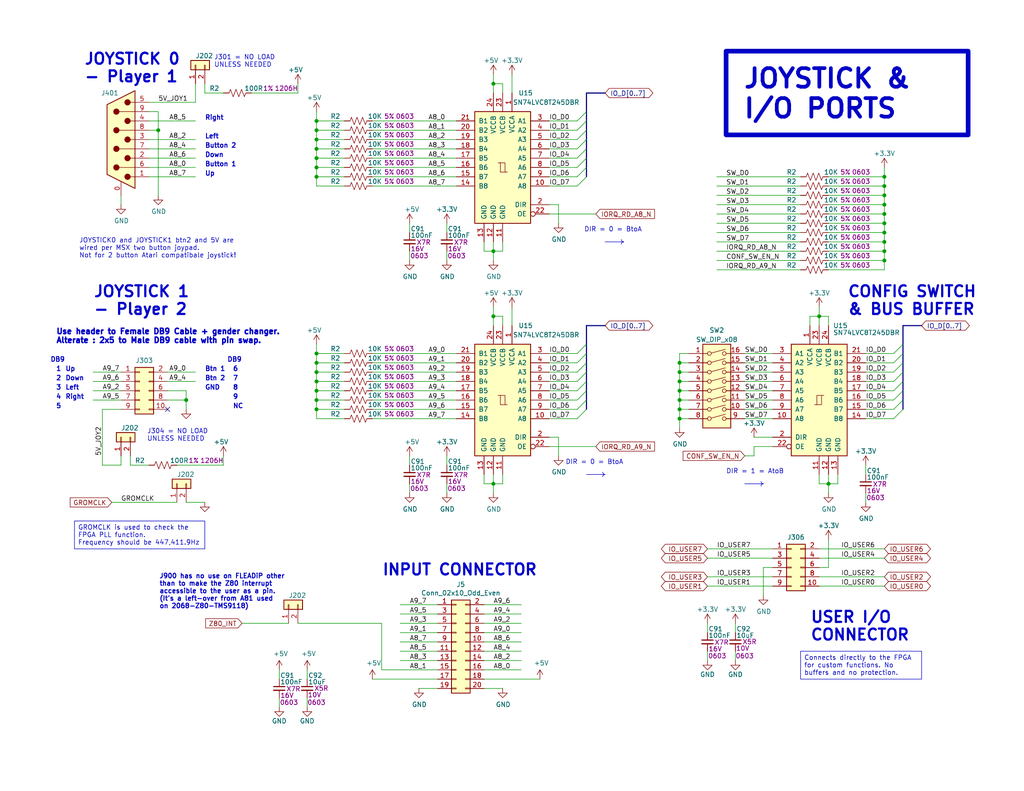
<source format=kicad_sch>
(kicad_sch (version 20230121) (generator eeschema)
  (paper "USLetter")
  (title_block (title "Z80 Retro! - FLEADiP Board") (date "2023-06-12") (rev "0.0") (company "Denno Wiggle") (comment 1 "Joystick and IO Ports"))
  (lib_symbols
    (symbol "Connector_Generic:Conn_01x02" (pin_names (offset 1.016) hide)
      (property "Reference" "J" (at 0 2.54 0))
      (property "Value" "Conn_01x02" (at 0 -5.08 0))
      (symbol "Conn_01x02_1_1"
        (pin passive line (at -5.08 0 0) (length 3.81) (name "Pin_1") (number "1"))
        (pin passive line (at -5.08 -2.54 0) (length 3.81) (name "Pin_2") (number "2"))
      )
    )
    (symbol "Connector_Generic:Conn_02x05_Odd_Even" (pin_names (offset 1.016) hide)
      (property "Reference" "J" (at 1.27 7.62 0))
      (property "Value" "Conn_02x05_Odd_Even" (at 1.27 -7.62 0))
      (symbol "Conn_02x05_Odd_Even_1_1"
        (pin passive line (at -5.08 5.08 0) (length 3.81) (name "Pin_1") (number "1"))
        (pin passive line (at 7.62 -5.08 180) (length 3.81) (name "Pin_10") (number "10"))
        (pin passive line (at 7.62 5.08 180) (length 3.81) (name "Pin_2") (number "2"))
        (pin passive line (at -5.08 2.54 0) (length 3.81) (name "Pin_3") (number "3"))
        (pin passive line (at 7.62 2.54 180) (length 3.81) (name "Pin_4") (number "4"))
        (pin passive line (at -5.08 0 0) (length 3.81) (name "Pin_5") (number "5"))
        (pin passive line (at 7.62 0 180) (length 3.81) (name "Pin_6") (number "6"))
        (pin passive line (at -5.08 -2.54 0) (length 3.81) (name "Pin_7") (number "7"))
        (pin passive line (at 7.62 -2.54 180) (length 3.81) (name "Pin_8") (number "8"))
        (pin passive line (at -5.08 -5.08 0) (length 3.81) (name "Pin_9") (number "9"))
      )
    )
    (symbol "Connector_Generic:Conn_02x10_Odd_Even" (pin_names (offset 1.016) hide)
      (property "Reference" "J" (at 1.27 12.7 0))
      (property "Value" "Conn_02x10_Odd_Even" (at 1.27 -15.24 0))
      (symbol "Conn_02x10_Odd_Even_1_1"
        (pin passive line (at -5.08 10.16 0) (length 3.81) (name "Pin_1") (number "1"))
        (pin passive line (at 7.62 0 180) (length 3.81) (name "Pin_10") (number "10"))
        (pin passive line (at -5.08 -2.54 0) (length 3.81) (name "Pin_11") (number "11"))
        (pin passive line (at 7.62 -2.54 180) (length 3.81) (name "Pin_12") (number "12"))
        (pin passive line (at -5.08 -5.08 0) (length 3.81) (name "Pin_13") (number "13"))
        (pin passive line (at 7.62 -5.08 180) (length 3.81) (name "Pin_14") (number "14"))
        (pin passive line (at -5.08 -7.62 0) (length 3.81) (name "Pin_15") (number "15"))
        (pin passive line (at 7.62 -7.62 180) (length 3.81) (name "Pin_16") (number "16"))
        (pin passive line (at -5.08 -10.16 0) (length 3.81) (name "Pin_17") (number "17"))
        (pin passive line (at 7.62 -10.16 180) (length 3.81) (name "Pin_18") (number "18"))
        (pin passive line (at -5.08 -12.7 0) (length 3.81) (name "Pin_19") (number "19"))
        (pin passive line (at 7.62 10.16 180) (length 3.81) (name "Pin_2") (number "2"))
        (pin passive line (at 7.62 -12.7 180) (length 3.81) (name "Pin_20") (number "20"))
        (pin passive line (at -5.08 7.62 0) (length 3.81) (name "Pin_3") (number "3"))
        (pin passive line (at 7.62 7.62 180) (length 3.81) (name "Pin_4") (number "4"))
        (pin passive line (at -5.08 5.08 0) (length 3.81) (name "Pin_5") (number "5"))
        (pin passive line (at 7.62 5.08 180) (length 3.81) (name "Pin_6") (number "6"))
        (pin passive line (at -5.08 2.54 0) (length 3.81) (name "Pin_7") (number "7"))
        (pin passive line (at 7.62 2.54 180) (length 3.81) (name "Pin_8") (number "8"))
        (pin passive line (at -5.08 0 0) (length 3.81) (name "Pin_9") (number "9"))
      )
    )
    (symbol "SN74LVC8T245DBR_2" (pin_names (offset 1.016))
      (property "Reference" "U" (at 3.81 20.32 0))
      (property "Value" "SN74LVC8T245DBR" (at 3.81 17.78 0))
      (symbol "SN74LVC8T245DBR_2_1_0"
        (pin power_in line (at -2.54 20.32 270) (length 5.08) (name "VCCA") (number "1"))
        (pin tri_state line (at -12.7 -5.08 0) (length 5.08) (name "A8") (number "10"))
        (pin power_in line (at 0 -20.32 90) (length 5.08) (name "GND") (number "11"))
        (pin power_in line (at 2.54 -20.32 90) (length 5.08) (name "GND") (number "12"))
        (pin power_in line (at 5.08 -20.32 90) (length 5.08) (name "GND") (number "13"))
        (pin tri_state line (at 12.7 -5.08 180) (length 5.08) (name "B8") (number "14"))
        (pin tri_state line (at 12.7 -2.54 180) (length 5.08) (name "B7") (number "15"))
        (pin tri_state line (at 12.7 0 180) (length 5.08) (name "B6") (number "16"))
        (pin tri_state line (at 12.7 2.54 180) (length 5.08) (name "B5") (number "17"))
        (pin tri_state line (at 12.7 5.08 180) (length 5.08) (name "B4") (number "18"))
        (pin tri_state line (at 12.7 7.62 180) (length 5.08) (name "B3") (number "19"))
        (pin input line (at -12.7 -10.16 0) (length 5.08) (name "DIR") (number "2"))
        (pin tri_state line (at 12.7 10.16 180) (length 5.08) (name "B2") (number "20"))
        (pin tri_state line (at 12.7 12.7 180) (length 5.08) (name "B1") (number "21"))
        (pin input inverted (at -12.7 -12.7 0) (length 5.08) (name "OE") (number "22"))
        (pin power_in line (at 0 20.32 270) (length 5.08) (name "VCCB") (number "23"))
        (pin power_in line (at 2.54 20.32 270) (length 5.08) (name "VCCB") (number "24"))
        (pin tri_state line (at -12.7 12.7 0) (length 5.08) (name "A1") (number "3"))
        (pin tri_state line (at -12.7 10.16 0) (length 5.08) (name "A2") (number "4"))
        (pin tri_state line (at -12.7 7.62 0) (length 5.08) (name "A3") (number "5"))
        (pin tri_state line (at -12.7 5.08 0) (length 5.08) (name "A4") (number "6"))
        (pin tri_state line (at -12.7 2.54 0) (length 5.08) (name "A5") (number "7"))
        (pin tri_state line (at -12.7 0 0) (length 5.08) (name "A6") (number "8"))
        (pin tri_state line (at -12.7 -2.54 0) (length 5.08) (name "A7") (number "9"))
      )
    )
    (symbol "Switch:SW_DIP_x08" (pin_names (offset 0) hide)
      (property "Reference" "SW" (at 0 13.97 0))
      (property "Value" "SW_DIP_x08" (at 0 -11.43 0))
      (symbol "SW_DIP_x08_1_1"
        (pin passive line (at -7.62 10.16 0) (length 5.08) (name "~") (number "1"))
        (pin passive line (at 7.62 -5.08 180) (length 5.08) (name "~") (number "10"))
        (pin passive line (at 7.62 -2.54 180) (length 5.08) (name "~") (number "11"))
        (pin passive line (at 7.62 0 180) (length 5.08) (name "~") (number "12"))
        (pin passive line (at 7.62 2.54 180) (length 5.08) (name "~") (number "13"))
        (pin passive line (at 7.62 5.08 180) (length 5.08) (name "~") (number "14"))
        (pin passive line (at 7.62 7.62 180) (length 5.08) (name "~") (number "15"))
        (pin passive line (at 7.62 10.16 180) (length 5.08) (name "~") (number "16"))
        (pin passive line (at -7.62 7.62 0) (length 5.08) (name "~") (number "2"))
        (pin passive line (at -7.62 5.08 0) (length 5.08) (name "~") (number "3"))
        (pin passive line (at -7.62 2.54 0) (length 5.08) (name "~") (number "4"))
        (pin passive line (at -7.62 0 0) (length 5.08) (name "~") (number "5"))
        (pin passive line (at -7.62 -2.54 0) (length 5.08) (name "~") (number "6"))
        (pin passive line (at -7.62 -5.08 0) (length 5.08) (name "~") (number "7"))
        (pin passive line (at -7.62 -7.62 0) (length 5.08) (name "~") (number "8"))
        (pin passive line (at 7.62 -7.62 180) (length 5.08) (name "~") (number "9"))
      )
    )
    (symbol "WTM:C_100nF_X7R_16V_0805H" (pin_numbers hide) (pin_names (offset 0) hide)
      (property "Reference" "C" (at 0.254 3.556 0))
      (property "Value" "100nF" (at 0.254 1.778 0))
      (property "Dielectric" "X7R" (at 1.905 -0.127 0))
      (property "Voltage" "16V" (at 0.254 -1.905 0))
      (property "Footprint2" "0805H" (at 0.127 -3.81 0))
      (symbol "C_100nF_X7R_16V_0805H_1_1"
        (pin passive line (at 0 2.54 270) (length 2.032) (name "~") (number "1"))
        (pin passive line (at 0 -2.54 90) (length 2.032) (name "~") (number "2"))
      )
    )
    (symbol "WTM:C_10uF_X5R_16V_0805H" (pin_numbers hide) (pin_names (offset 0.254) hide)
      (property "Reference" "C206" (at 0.254 3.556 0))
      (property "Value" "10uF" (at 0.254 1.778 0))
      (property "Dielectric" "X5R" (at 1.905 0.762 0))
      (property "Voltage" "16V" (at 0.127 -1.016 0))
      (property "Footprint2" "0805H" (at 3.302 -3.81 0))
      (symbol "C_10uF_X5R_16V_0805H_1_1"
        (pin passive line (at 0 2.54 270) (length 2.032) (name "~") (number "1"))
        (pin passive line (at 0 -2.54 90) (length 2.032) (name "~") (number "2"))
      )
    )
    (symbol "WTM:DB9_Male_MountingHoles-Connector" (pin_names (offset 1.016) hide)
      (property "Reference" "J3" (at -1.27 12.7 0))
      (symbol "DB9_Male_MountingHoles-Connector_1_1"
        (pin passive line (at 0 -15.24 90) (length 3.81) (name "PAD") (number "0"))
        (pin passive line (at -7.62 -10.16 0) (length 3.81) (name "1") (number "1"))
        (pin passive line (at -7.62 -5.08 0) (length 3.81) (name "2") (number "2"))
        (pin passive line (at -7.62 0 0) (length 3.81) (name "3") (number "3"))
        (pin passive line (at -7.62 5.08 0) (length 3.81) (name "4") (number "4"))
        (pin passive line (at -7.62 10.16 0) (length 3.81) (name "5") (number "5"))
        (pin passive line (at -7.62 -7.62 0) (length 3.81) (name "6") (number "6"))
        (pin passive line (at -7.62 -2.54 0) (length 3.81) (name "7") (number "7"))
        (pin passive line (at -7.62 2.54 0) (length 3.81) (name "8") (number "8"))
        (pin passive line (at -7.62 7.62 0) (length 3.81) (name "9") (number "9"))
      )
    )
    (symbol "WTM:R_33R_5%_0805H_Horizontal1" (pin_numbers hide) (pin_names (offset 0))
      (property "Reference" "R" (at -7.62 1.27 0))
      (property "Value" "33R" (at 2.54 1.27 0))
      (property "Tolerance" "5%" (at 2.54 -1.27 0))
      (property "Footprint2" "0805H" (at -8.89 -1.27 0))
      (symbol "R_33R_5%_0805H_Horizontal1_1_1"
        (pin passive line (at -3.81 0 0) (length 1.27) (name "~") (number "1"))
        (pin passive line (at 3.81 0 180) (length 1.27) (name "~") (number "2"))
      )
    )
    (symbol "power:+3.3V" (power) (pin_names (offset 0))
      (property "Value" "+3.3V" (at 0 3.556 0))
      (symbol "+3.3V_1_1"
        (pin power_in line (at 0 0 90) (length 0) hide (name "+3.3V") (number "1"))
      )
    )
    (symbol "power:+5V" (power) (pin_names (offset 0))
      (property "Value" "+5V" (at 0 3.556 0))
      (symbol "+5V_1_1"
        (pin power_in line (at 0 0 90) (length 0) hide (name "+5V") (number "1"))
      )
    )
    (symbol "power:GND" (power) (pin_names (offset 0))
      (property "Value" "GND" (at 0 -3.81 0))
      (symbol "GND_1_1"
        (pin power_in line (at 0 0 270) (length 0) hide (name "GND") (number "1"))
      )
    )
  )
  (junction (at 134.62 22.86))
  (junction (at 134.62 132.08))
  (junction (at 241.3 66.04))
  (junction (at 185.42 101.6))
  (junction (at 43.18 35.56))
  (junction (at 185.42 109.22))
  (junction (at 185.42 99.06))
  (junction (at 86.36 106.68))
  (junction (at 223.52 86.36))
  (junction (at 50.8 109.22))
  (junction (at 241.3 58.42))
  (junction (at 86.36 40.64))
  (junction (at 226.06 132.08))
  (junction (at 241.3 53.34))
  (junction (at 241.3 50.8))
  (junction (at 241.3 48.26))
  (junction (at 241.3 71.12))
  (junction (at 185.42 114.3))
  (junction (at 185.42 111.76))
  (junction (at 86.36 109.22))
  (junction (at 241.3 68.58))
  (junction (at 86.36 96.52))
  (junction (at 185.42 106.68))
  (junction (at 241.3 55.88))
  (junction (at 86.36 43.18))
  (junction (at 86.36 111.76))
  (junction (at 86.36 45.72))
  (junction (at 134.62 86.36))
  (junction (at 86.36 33.02))
  (junction (at 86.36 104.14))
  (junction (at 241.3 60.96))
  (junction (at 241.3 63.5))
  (junction (at 86.36 99.06))
  (junction (at 185.42 104.14))
  (junction (at 134.62 68.58))
  (junction (at 86.36 48.26))
  (junction (at 86.36 101.6))
  (junction (at 86.36 35.56))
  (junction (at 86.36 38.1))
  (no_connect (at 45.72 111.76))
  (bus_entry (at 157.48 50.8) (size 2.54 -2.54))
  (bus_entry (at 157.48 104.14) (size 2.54 -2.54))
  (bus_entry (at 243.84 106.68) (size 2.54 -2.54))
  (bus_entry (at 243.84 104.14) (size 2.54 -2.54))
  (bus_entry (at 243.84 101.6) (size 2.54 -2.54))
  (bus_entry (at 157.48 99.06) (size 2.54 -2.54))
  (bus_entry (at 157.48 109.22) (size 2.54 -2.54))
  (bus_entry (at 157.48 45.72) (size 2.54 -2.54))
  (bus_entry (at 157.48 114.3) (size 2.54 -2.54))
  (bus_entry (at 243.84 111.76) (size 2.54 -2.54))
  (bus_entry (at 157.48 40.64) (size 2.54 -2.54))
  (bus_entry (at 157.48 38.1) (size 2.54 -2.54))
  (bus_entry (at 243.84 96.52) (size 2.54 -2.54))
  (bus_entry (at 243.84 99.06) (size 2.54 -2.54))
  (bus_entry (at 157.48 111.76) (size 2.54 -2.54))
  (bus_entry (at 243.84 114.3) (size 2.54 -2.54))
  (bus_entry (at 157.48 33.02) (size 2.54 -2.54))
  (bus_entry (at 243.84 109.22) (size 2.54 -2.54))
  (bus_entry (at 157.48 43.18) (size 2.54 -2.54))
  (bus_entry (at 157.48 35.56) (size 2.54 -2.54))
  (bus_entry (at 157.48 48.26) (size 2.54 -2.54))
  (bus_entry (at 157.48 106.68) (size 2.54 -2.54))
  (bus_entry (at 157.48 101.6) (size 2.54 -2.54))
  (bus_entry (at 157.48 96.52) (size 2.54 -2.54))
  (wire (pts (xy 101.6 109.22) (xy 124.46 109.22)))
  (wire (pts (xy 101.6 111.76) (xy 124.46 111.76)))
  (bus (pts (xy 160.02 38.1) (xy 160.02 35.56)))
  (wire (pts (xy 223.52 88.9) (xy 223.52 86.36)))
  (wire (pts (xy 226.06 132.08) (xy 228.6 132.08)))
  (wire (pts (xy 45.72 109.22) (xy 50.8 109.22)))
  (wire (pts (xy 137.16 86.36) (xy 134.62 86.36)))
  (wire (pts (xy 200.66 180.34) (xy 200.66 177.8)))
  (wire (pts (xy 149.86 50.8) (xy 157.48 50.8)))
  (wire (pts (xy 137.16 25.4) (xy 137.16 22.86)))
  (wire (pts (xy 236.22 99.06) (xy 243.84 99.06)))
  (wire (pts (xy 101.6 38.1) (xy 124.46 38.1)))
  (wire (pts (xy 50.8 111.76) (xy 50.8 109.22)))
  (wire (pts (xy 40.64 43.18) (xy 53.34 43.18)))
  (bus (pts (xy 246.38 93.98) (xy 246.38 88.9)))
  (bus (pts (xy 160.02 43.18) (xy 160.02 40.64)))
  (wire (pts (xy 185.42 99.06) (xy 187.96 99.06)))
  (wire (pts (xy 50.8 137.16) (xy 55.88 137.16)))
  (bus (pts (xy 160.02 106.68) (xy 160.02 104.14)))
  (wire (pts (xy 226.06 132.08) (xy 226.06 134.62)))
  (wire (pts (xy 40.64 33.02) (xy 53.34 33.02)))
  (wire (pts (xy 185.42 104.14) (xy 187.96 104.14)))
  (wire (pts (xy 236.22 101.6) (xy 243.84 101.6)))
  (wire (pts (xy 60.96 127) (xy 48.26 127)))
  (wire (pts (xy 226.06 68.58) (xy 241.3 68.58)))
  (wire (pts (xy 137.16 132.08) (xy 137.16 129.54)))
  (wire (pts (xy 139.7 83.82) (xy 139.7 88.9)))
  (bus (pts (xy 160.02 33.02) (xy 160.02 30.48)))
  (wire (pts (xy 86.36 109.22) (xy 93.98 109.22)))
  (wire (pts (xy 203.2 124.46) (xy 205.74 124.46)))
  (wire (pts (xy 149.86 111.76) (xy 157.48 111.76)))
  (wire (pts (xy 142.24 167.64) (xy 132.08 167.64)))
  (wire (pts (xy 101.6 99.06) (xy 124.46 99.06)))
  (wire (pts (xy 185.42 109.22) (xy 187.96 109.22)))
  (wire (pts (xy 241.3 55.88) (xy 226.06 55.88)))
  (wire (pts (xy 208.28 154.94) (xy 208.28 162.56)))
  (bus (pts (xy 160.02 45.72) (xy 160.02 43.18)))
  (wire (pts (xy 109.22 180.34) (xy 119.38 180.34)))
  (wire (pts (xy 226.06 73.66) (xy 241.3 73.66)))
  (wire (pts (xy 86.36 104.14) (xy 93.98 104.14)))
  (wire (pts (xy 134.62 68.58) (xy 137.16 68.58)))
  (wire (pts (xy 111.76 132.08) (xy 111.76 134.62)))
  (wire (pts (xy 121.92 60.96) (xy 121.92 63.5)))
  (wire (pts (xy 86.36 104.14) (xy 86.36 106.68)))
  (bus (pts (xy 246.38 106.68) (xy 246.38 104.14)))
  (wire (pts (xy 86.36 40.64) (xy 93.98 40.64)))
  (wire (pts (xy 101.6 40.64) (xy 124.46 40.64)))
  (wire (pts (xy 203.2 109.22) (xy 210.82 109.22)))
  (wire (pts (xy 226.06 154.94) (xy 223.52 154.94)))
  (wire (pts (xy 236.22 96.52) (xy 243.84 96.52)))
  (wire (pts (xy 185.42 111.76) (xy 185.42 114.3)))
  (wire (pts (xy 149.86 40.64) (xy 157.48 40.64)))
  (wire (pts (xy 223.52 86.36) (xy 220.98 86.36)))
  (wire (pts (xy 33.02 53.34) (xy 33.02 55.88)))
  (wire (pts (xy 149.86 55.88) (xy 152.4 55.88)))
  (wire (pts (xy 86.36 101.6) (xy 93.98 101.6)))
  (wire (pts (xy 40.64 35.56) (xy 43.18 35.56)))
  (bus (pts (xy 160.02 104.14) (xy 160.02 101.6)))
  (wire (pts (xy 226.06 86.36) (xy 226.06 88.9)))
  (wire (pts (xy 132.08 172.72) (xy 142.24 172.72)))
  (wire (pts (xy 236.22 111.76) (xy 243.84 111.76)))
  (wire (pts (xy 81.28 170.18) (xy 104.14 170.18)))
  (bus (pts (xy 160.02 40.64) (xy 160.02 38.1)))
  (wire (pts (xy 195.58 48.26) (xy 218.44 48.26)))
  (wire (pts (xy 142.24 165.1) (xy 132.08 165.1)))
  (wire (pts (xy 149.86 101.6) (xy 157.48 101.6)))
  (wire (pts (xy 83.82 182.88) (xy 83.82 185.42)))
  (wire (pts (xy 86.36 99.06) (xy 86.36 101.6)))
  (wire (pts (xy 195.58 66.04) (xy 218.44 66.04)))
  (wire (pts (xy 241.3 71.12) (xy 241.3 68.58)))
  (wire (pts (xy 149.86 109.22) (xy 157.48 109.22)))
  (wire (pts (xy 223.52 129.54) (xy 223.52 132.08)))
  (wire (pts (xy 149.86 38.1) (xy 157.48 38.1)))
  (wire (pts (xy 40.64 48.26) (xy 53.34 48.26)))
  (wire (pts (xy 185.42 104.14) (xy 185.42 106.68)))
  (wire (pts (xy 101.6 114.3) (xy 124.46 114.3)))
  (wire (pts (xy 132.08 187.96) (xy 137.16 187.96)))
  (wire (pts (xy 109.22 172.72) (xy 119.38 172.72)))
  (polyline (pts (xy 160.02 129.54) (xy 165.1 129.54)))
  (wire (pts (xy 193.04 157.48) (xy 210.82 157.48)))
  (wire (pts (xy 137.16 68.58) (xy 137.16 66.04)))
  (wire (pts (xy 241.3 58.42) (xy 226.06 58.42)))
  (wire (pts (xy 121.92 132.08) (xy 121.92 134.62)))
  (wire (pts (xy 86.36 38.1) (xy 86.36 40.64)))
  (wire (pts (xy 86.36 35.56) (xy 86.36 38.1)))
  (wire (pts (xy 86.36 43.18) (xy 86.36 45.72)))
  (wire (pts (xy 241.3 50.8) (xy 241.3 53.34)))
  (wire (pts (xy 40.64 45.72) (xy 53.34 45.72)))
  (wire (pts (xy 86.36 48.26) (xy 86.36 50.8)))
  (wire (pts (xy 236.22 134.62) (xy 236.22 137.16)))
  (wire (pts (xy 111.76 124.46) (xy 111.76 127)))
  (wire (pts (xy 185.42 114.3) (xy 185.42 116.84)))
  (wire (pts (xy 149.86 106.68) (xy 157.48 106.68)))
  (bus (pts (xy 160.02 88.9) (xy 165.1 88.9)))
  (wire (pts (xy 83.82 193.04) (xy 83.82 190.5)))
  (wire (pts (xy 86.36 43.18) (xy 93.98 43.18)))
  (wire (pts (xy 86.36 48.26) (xy 93.98 48.26)))
  (wire (pts (xy 40.64 30.48) (xy 43.18 30.48)))
  (wire (pts (xy 33.02 124.46) (xy 33.02 127)))
  (wire (pts (xy 236.22 109.22) (xy 243.84 109.22)))
  (bus (pts (xy 160.02 25.4) (xy 165.1 25.4)))
  (bus (pts (xy 160.02 109.22) (xy 160.02 106.68)))
  (wire (pts (xy 241.3 58.42) (xy 241.3 60.96)))
  (polyline (pts (xy 165.1 66.04) (xy 170.18 66.04)))
  (wire (pts (xy 137.16 22.86) (xy 134.62 22.86)))
  (wire (pts (xy 30.48 137.16) (xy 48.26 137.16)))
  (wire (pts (xy 101.6 48.26) (xy 124.46 48.26)))
  (wire (pts (xy 142.24 175.26) (xy 132.08 175.26)))
  (wire (pts (xy 27.94 111.76) (xy 33.02 111.76)))
  (wire (pts (xy 241.3 50.8) (xy 226.06 50.8)))
  (wire (pts (xy 132.08 132.08) (xy 134.62 132.08)))
  (wire (pts (xy 134.62 22.86) (xy 134.62 25.4)))
  (wire (pts (xy 142.24 177.8) (xy 132.08 177.8)))
  (bus (pts (xy 246.38 111.76) (xy 246.38 109.22)))
  (wire (pts (xy 132.08 170.18) (xy 142.24 170.18)))
  (wire (pts (xy 149.86 119.38) (xy 152.4 119.38)))
  (wire (pts (xy 195.58 58.42) (xy 218.44 58.42)))
  (bus (pts (xy 160.02 96.52) (xy 160.02 93.98)))
  (wire (pts (xy 185.42 106.68) (xy 187.96 106.68)))
  (wire (pts (xy 43.18 30.48) (xy 43.18 35.56)))
  (wire (pts (xy 132.08 129.54) (xy 132.08 132.08)))
  (bus (pts (xy 160.02 111.76) (xy 160.02 109.22)))
  (wire (pts (xy 86.36 109.22) (xy 86.36 111.76)))
  (wire (pts (xy 60.96 25.4) (xy 55.88 25.4)))
  (wire (pts (xy 101.6 35.56) (xy 124.46 35.56)))
  (wire (pts (xy 195.58 60.96) (xy 218.44 60.96)))
  (wire (pts (xy 149.86 99.06) (xy 157.48 99.06)))
  (wire (pts (xy 109.22 170.18) (xy 119.38 170.18)))
  (wire (pts (xy 76.2 193.04) (xy 76.2 190.5)))
  (wire (pts (xy 101.6 45.72) (xy 124.46 45.72)))
  (wire (pts (xy 86.36 99.06) (xy 93.98 99.06)))
  (wire (pts (xy 60.96 124.46) (xy 60.96 127)))
  (wire (pts (xy 241.3 53.34) (xy 226.06 53.34)))
  (polyline (pts (xy 203.2 132.08) (xy 208.28 132.08)))
  (wire (pts (xy 86.36 35.56) (xy 93.98 35.56)))
  (wire (pts (xy 185.42 101.6) (xy 187.96 101.6)))
  (bus (pts (xy 160.02 101.6) (xy 160.02 99.06)))
  (wire (pts (xy 132.08 66.04) (xy 132.08 68.58)))
  (wire (pts (xy 25.4 106.68) (xy 33.02 106.68)))
  (wire (pts (xy 101.6 101.6) (xy 124.46 101.6)))
  (wire (pts (xy 119.38 165.1) (xy 109.22 165.1)))
  (wire (pts (xy 241.3 60.96) (xy 241.3 63.5)))
  (wire (pts (xy 195.58 68.58) (xy 218.44 68.58)))
  (wire (pts (xy 45.72 104.14) (xy 53.34 104.14)))
  (wire (pts (xy 185.42 114.3) (xy 187.96 114.3)))
  (wire (pts (xy 195.58 71.12) (xy 218.44 71.12)))
  (wire (pts (xy 134.62 132.08) (xy 134.62 134.62)))
  (bus (pts (xy 246.38 109.22) (xy 246.38 106.68)))
  (bus (pts (xy 246.38 88.9) (xy 251.46 88.9)))
  (wire (pts (xy 241.3 55.88) (xy 241.3 58.42)))
  (wire (pts (xy 226.06 129.54) (xy 226.06 132.08)))
  (wire (pts (xy 101.6 96.52) (xy 124.46 96.52)))
  (wire (pts (xy 149.86 33.02) (xy 157.48 33.02)))
  (wire (pts (xy 86.36 106.68) (xy 93.98 106.68)))
  (bus (pts (xy 160.02 35.56) (xy 160.02 33.02)))
  (wire (pts (xy 193.04 160.02) (xy 210.82 160.02)))
  (wire (pts (xy 86.36 96.52) (xy 93.98 96.52)))
  (wire (pts (xy 149.86 121.92) (xy 162.56 121.92)))
  (wire (pts (xy 86.36 33.02) (xy 86.36 35.56)))
  (wire (pts (xy 195.58 63.5) (xy 218.44 63.5)))
  (wire (pts (xy 134.62 83.82) (xy 134.62 86.36)))
  (bus (pts (xy 160.02 30.48) (xy 160.02 25.4)))
  (wire (pts (xy 25.4 101.6) (xy 33.02 101.6)))
  (wire (pts (xy 223.52 152.4) (xy 241.3 152.4)))
  (wire (pts (xy 236.22 127) (xy 236.22 129.54)))
  (wire (pts (xy 50.8 109.22) (xy 50.8 106.68)))
  (wire (pts (xy 134.62 86.36) (xy 134.62 88.9)))
  (wire (pts (xy 226.06 147.32) (xy 226.06 154.94)))
  (wire (pts (xy 101.6 106.68) (xy 124.46 106.68)))
  (bus (pts (xy 160.02 48.26) (xy 160.02 45.72)))
  (wire (pts (xy 223.52 149.86) (xy 241.3 149.86)))
  (wire (pts (xy 205.74 119.38) (xy 210.82 119.38)))
  (wire (pts (xy 45.72 101.6) (xy 53.34 101.6)))
  (wire (pts (xy 101.6 33.02) (xy 124.46 33.02)))
  (wire (pts (xy 86.36 38.1) (xy 93.98 38.1)))
  (wire (pts (xy 43.18 53.34) (xy 43.18 35.56)))
  (wire (pts (xy 101.6 104.14) (xy 124.46 104.14)))
  (wire (pts (xy 40.64 27.94) (xy 53.34 27.94)))
  (wire (pts (xy 203.2 96.52) (xy 210.82 96.52)))
  (wire (pts (xy 86.36 93.98) (xy 86.36 96.52)))
  (wire (pts (xy 40.64 127) (xy 35.56 127)))
  (wire (pts (xy 111.76 60.96) (xy 111.76 63.5)))
  (wire (pts (xy 104.14 182.88) (xy 104.14 170.18)))
  (wire (pts (xy 236.22 106.68) (xy 243.84 106.68)))
  (wire (pts (xy 132.08 185.42) (xy 147.32 185.42)))
  (wire (pts (xy 86.36 40.64) (xy 86.36 43.18)))
  (wire (pts (xy 86.36 114.3) (xy 93.98 114.3)))
  (wire (pts (xy 53.34 22.86) (xy 53.34 27.94)))
  (wire (pts (xy 86.36 106.68) (xy 86.36 109.22)))
  (wire (pts (xy 185.42 99.06) (xy 185.42 101.6)))
  (wire (pts (xy 81.28 25.4) (xy 68.58 25.4)))
  (wire (pts (xy 33.02 127) (xy 27.94 127)))
  (wire (pts (xy 35.56 127) (xy 35.56 124.46)))
  (wire (pts (xy 121.92 68.58) (xy 121.92 71.12)))
  (wire (pts (xy 149.86 104.14) (xy 157.48 104.14)))
  (wire (pts (xy 132.08 182.88) (xy 142.24 182.88)))
  (wire (pts (xy 121.92 124.46) (xy 121.92 127)))
  (bus (pts (xy 246.38 96.52) (xy 246.38 93.98)))
  (wire (pts (xy 25.4 109.22) (xy 33.02 109.22)))
  (wire (pts (xy 210.82 154.94) (xy 208.28 154.94)))
  (wire (pts (xy 241.3 48.26) (xy 226.06 48.26)))
  (wire (pts (xy 40.64 40.64) (xy 53.34 40.64)))
  (wire (pts (xy 241.3 63.5) (xy 241.3 66.04)))
  (wire (pts (xy 220.98 86.36) (xy 220.98 88.9)))
  (wire (pts (xy 132.08 180.34) (xy 142.24 180.34)))
  (wire (pts (xy 241.3 160.02) (xy 223.52 160.02)))
  (wire (pts (xy 86.36 45.72) (xy 86.36 48.26)))
  (bus (pts (xy 246.38 104.14) (xy 246.38 101.6)))
  (wire (pts (xy 152.4 119.38) (xy 152.4 124.46)))
  (wire (pts (xy 187.96 96.52) (xy 185.42 96.52)))
  (wire (pts (xy 119.38 167.64) (xy 109.22 167.64)))
  (wire (pts (xy 195.58 73.66) (xy 218.44 73.66)))
  (wire (pts (xy 76.2 182.88) (xy 76.2 185.42)))
  (wire (pts (xy 86.36 50.8) (xy 93.98 50.8)))
  (wire (pts (xy 203.2 106.68) (xy 210.82 106.68)))
  (wire (pts (xy 223.52 132.08) (xy 226.06 132.08)))
  (wire (pts (xy 40.64 38.1) (xy 53.34 38.1)))
  (wire (pts (xy 119.38 177.8) (xy 109.22 177.8)))
  (wire (pts (xy 25.4 104.14) (xy 33.02 104.14)))
  (wire (pts (xy 134.62 68.58) (xy 134.62 71.12)))
  (wire (pts (xy 86.36 101.6) (xy 86.36 104.14)))
  (wire (pts (xy 134.62 66.04) (xy 134.62 68.58)))
  (wire (pts (xy 205.74 124.46) (xy 205.74 121.92)))
  (wire (pts (xy 66.04 170.18) (xy 78.74 170.18)))
  (wire (pts (xy 149.86 43.18) (xy 157.48 43.18)))
  (wire (pts (xy 241.3 45.72) (xy 241.3 48.26)))
  (bus (pts (xy 246.38 101.6) (xy 246.38 99.06)))
  (wire (pts (xy 241.3 53.34) (xy 241.3 55.88)))
  (wire (pts (xy 134.62 132.08) (xy 137.16 132.08)))
  (wire (pts (xy 149.86 58.42) (xy 162.56 58.42)))
  (wire (pts (xy 241.3 63.5) (xy 226.06 63.5)))
  (wire (pts (xy 137.16 88.9) (xy 137.16 86.36)))
  (wire (pts (xy 203.2 111.76) (xy 210.82 111.76)))
  (wire (pts (xy 134.62 20.32) (xy 134.62 22.86)))
  (wire (pts (xy 200.66 170.18) (xy 200.66 172.72)))
  (wire (pts (xy 86.36 33.02) (xy 93.98 33.02)))
  (wire (pts (xy 149.86 35.56) (xy 157.48 35.56)))
  (wire (pts (xy 86.36 96.52) (xy 86.36 99.06)))
  (wire (pts (xy 101.6 185.42) (xy 119.38 185.42)))
  (wire (pts (xy 152.4 55.88) (xy 152.4 60.96)))
  (wire (pts (xy 203.2 114.3) (xy 210.82 114.3)))
  (wire (pts (xy 55.88 25.4) (xy 55.88 22.86)))
  (wire (pts (xy 241.3 68.58) (xy 241.3 66.04)))
  (wire (pts (xy 86.36 45.72) (xy 93.98 45.72)))
  (wire (pts (xy 193.04 170.18) (xy 193.04 172.72)))
  (wire (pts (xy 241.3 157.48) (xy 223.52 157.48)))
  (wire (pts (xy 205.74 121.92) (xy 210.82 121.92)))
  (wire (pts (xy 86.36 30.48) (xy 86.36 33.02)))
  (wire (pts (xy 149.86 45.72) (xy 157.48 45.72)))
  (wire (pts (xy 50.8 106.68) (xy 45.72 106.68)))
  (bus (pts (xy 246.38 99.06) (xy 246.38 96.52)))
  (bus (pts (xy 160.02 99.06) (xy 160.02 96.52)))
  (wire (pts (xy 195.58 53.34) (xy 218.44 53.34)))
  (wire (pts (xy 139.7 20.32) (xy 139.7 25.4)))
  (wire (pts (xy 241.3 48.26) (xy 241.3 50.8)))
  (wire (pts (xy 223.52 86.36) (xy 226.06 86.36)))
  (wire (pts (xy 86.36 111.76) (xy 93.98 111.76)))
  (wire (pts (xy 109.22 175.26) (xy 119.38 175.26)))
  (wire (pts (xy 149.86 96.52) (xy 157.48 96.52)))
  (wire (pts (xy 185.42 106.68) (xy 185.42 109.22)))
  (wire (pts (xy 203.2 99.06) (xy 210.82 99.06)))
  (wire (pts (xy 241.3 73.66) (xy 241.3 71.12)))
  (wire (pts (xy 185.42 101.6) (xy 185.42 104.14)))
  (wire (pts (xy 81.28 22.86) (xy 81.28 25.4)))
  (wire (pts (xy 149.86 48.26) (xy 157.48 48.26)))
  (wire (pts (xy 101.6 43.18) (xy 124.46 43.18)))
  (wire (pts (xy 195.58 50.8) (xy 218.44 50.8)))
  (wire (pts (xy 193.04 152.4) (xy 210.82 152.4)))
  (wire (pts (xy 134.62 129.54) (xy 134.62 132.08)))
  (wire (pts (xy 185.42 96.52) (xy 185.42 99.06)))
  (wire (pts (xy 226.06 71.12) (xy 241.3 71.12)))
  (wire (pts (xy 236.22 104.14) (xy 243.84 104.14)))
  (wire (pts (xy 193.04 180.34) (xy 193.04 177.8)))
  (wire (pts (xy 101.6 50.8) (xy 124.46 50.8)))
  (wire (pts (xy 111.76 68.58) (xy 111.76 71.12)))
  (wire (pts (xy 86.36 111.76) (xy 86.36 114.3)))
  (wire (pts (xy 193.04 149.86) (xy 210.82 149.86)))
  (bus (pts (xy 160.02 93.98) (xy 160.02 88.9)))
  (wire (pts (xy 223.52 83.82) (xy 223.52 86.36)))
  (wire (pts (xy 119.38 187.96) (xy 114.3 187.96)))
  (wire (pts (xy 185.42 109.22) (xy 185.42 111.76)))
  (wire (pts (xy 195.58 55.88) (xy 218.44 55.88)))
  (wire (pts (xy 149.86 114.3) (xy 157.48 114.3)))
  (wire (pts (xy 132.08 68.58) (xy 134.62 68.58)))
  (wire (pts (xy 27.94 111.76) (xy 27.94 127)))
  (wire (pts (xy 203.2 101.6) (xy 210.82 101.6)))
  (wire (pts (xy 241.3 60.96) (xy 226.06 60.96)))
  (wire (pts (xy 236.22 114.3) (xy 243.84 114.3)))
  (wire (pts (xy 104.14 182.88) (xy 119.38 182.88)))
  (wire (pts (xy 203.2 104.14) (xy 210.82 104.14)))
  (wire (pts (xy 228.6 132.08) (xy 228.6 129.54)))
  (wire (pts (xy 185.42 111.76) (xy 187.96 111.76)))
  (wire (pts (xy 241.3 66.04) (xy 226.06 66.04)))
  (arc (start 164.465 130.175) (mid 164.6495 129.7245) (end 165.1 129.54))
  (arc (start 165.095 129.54) (mid 164.6534 129.348) (end 164.46 128.905))
  (arc (start 207.645 132.715) (mid 207.8298 132.2663) (end 208.28 132.08))
  (arc (start 170.175 66.04) (mid 169.7299 65.8487) (end 169.54 65.405))
  (arc (start 169.545 66.675) (mid 169.7295 66.2245) (end 170.18 66.04))
  (arc (start 208.275 132.08) (mid 207.833 131.887) (end 207.64 131.445))
  (text_box "GROMCLK is used to check the FPGA PLL function.\nFrequency should be 447,411.9Hz" (at 20.32 142.24 0) (size 35.56 7.62) (effects (font (size 1.27 1.27)) (justify left top)))
  (text_box "Connects directly to the FPGA for custom functions. No buffers and no protection." (at 218.44 177.8 0) (size 33.02 7.62) (effects (font (size 1.27 1.27)) (justify left top)))
  (text_box "JOYSTICK & \nI/O PORTS" (at 198.12 13.97 0) (size 66.04 22.86) (stroke (width 1.27)) (effects (font (size 5.08 5.08) (thickness 1.016) bold) (justify left top)))
  (text "9" (at 63.5 109.22 0) (effects (font (size 1.27 1.27) (thickness 0.254) bold) (justify left bottom)))
  (text "8" (at 63.5 106.68 0) (effects (font (size 1.27 1.27) (thickness 0.254) bold) (justify left bottom)))
  (text "NC" (at 63.5 111.76 0) (effects (font (size 1.27 1.27) (thickness 0.254) bold) (justify left bottom)))
  (text "Button 1" (at 55.88 45.72 0) (effects (font (size 1.27 1.27) (thickness 0.254) bold) (justify left bottom)))
  (text "GND" (at 55.88 106.68 0) (effects (font (size 1.27 1.27) (thickness 0.254) bold) (justify left bottom)))
  (text "3" (at 15.24 106.68 0) (effects (font (size 1.27 1.27) (thickness 0.254) bold) (justify left bottom)))
  (text "DB9" (at 17.78 99.06 0) (effects (font (size 1.27 1.27) (thickness 0.254) bold) (justify right bottom)))
  (text "J900 has no use on FLEADiP other \nthan to make the Z80 interrupt \naccessible to the user as a pin.\n(It's a left-over from A81 used \non 2068-Z80-TMS9118)\n" (at 43.434 166.37 0) (effects (font (size 1.27 1.27) (thickness 0.254) bold) (justify left bottom)))
  (text "Left" (at 55.88 38.1 0) (effects (font (size 1.27 1.27) (thickness 0.254) bold) (justify left bottom)))
  (text "Down" (at 17.78 104.14 0) (effects (font (size 1.27 1.27) (thickness 0.254) bold) (justify left bottom)))
  (text "Up" (at 17.78 101.6 0) (effects (font (size 1.27 1.27) (thickness 0.254) bold) (justify left bottom)))
  (text "J301 = NO LOAD\nUNLESS NEEDED" (at 58.42 18.542 0) (effects (font (size 1.27 1.27)) (justify left bottom)))
  (text "INPUT CONNECTOR" (at 104.14 157.48 0) (effects (font (size 2.9972 2.9972) (thickness 0.5994) bold) (justify left bottom)))
  (text "7" (at 63.5 104.14 0) (effects (font (size 1.27 1.27) (thickness 0.254) bold) (justify left bottom)))
  (text "4" (at 15.24 109.22 0) (effects (font (size 1.27 1.27) (thickness 0.254) bold) (justify left bottom)))
  (text "1" (at 15.24 101.6 0) (effects (font (size 1.27 1.27) (thickness 0.254) bold) (justify left bottom)))
  (text "J304 = NO LOAD\nUNLESS NEEDED" (at 40.132 120.65 0) (effects (font (size 1.27 1.27)) (justify left bottom)))
  (text "DIR = 0 = BtoA" (at 154.305 127 0) (effects (font (size 1.27 1.27)) (justify left bottom)))
  (text "Left" (at 17.78 106.68 0) (effects (font (size 1.27 1.27) (thickness 0.254) bold) (justify left bottom)))
  (text "6" (at 63.5 101.6 0) (effects (font (size 1.27 1.27) (thickness 0.254) bold) (justify left bottom)))
  (text "USER I/O\nCONNECTOR" (at 220.98 175.26 0) (effects (font (size 2.9972 2.9972) (thickness 0.5994) bold) (justify left bottom)))
  (text "DIR = 0 = BtoA" (at 159.385 63.5 0) (effects (font (size 1.27 1.27)) (justify left bottom)))
  (text "CONFIG SWITCH\n& BUS BUFFER" (at 231.14 86.36 0) (effects (font (size 2.9972 2.9972) (thickness 0.5994) bold) (justify left bottom)))
  (text "Use header to Female DB9 Cable + gender changer.\nAlterate : 2x5 to Male DB9 cable with pin swap." (at 15.24 93.98 0) (effects (font (size 1.5 1.5) (thickness 0.5994) bold) (justify left bottom)))
  (text "Right" (at 17.78 109.22 0) (effects (font (size 1.27 1.27) (thickness 0.254) bold) (justify left bottom)))
  (text "Btn 2" (at 55.88 104.14 0) (effects (font (size 1.27 1.27) (thickness 0.254) bold) (justify left bottom)))
  (text "Btn 1" (at 55.88 101.6 0) (effects (font (size 1.27 1.27) (thickness 0.254) bold) (justify left bottom)))
  (text "JOYSTICK 1\n- Player 2" (at 25.4 86.36 0) (effects (font (size 2.9972 2.9972) (thickness 0.5994) bold) (justify left bottom)))
  (text "DB9" (at 66.04 99.06 0) (effects (font (size 1.27 1.27) (thickness 0.254) bold) (justify right bottom)))
  (text "JOYSTICK0 and JOYSTICK1 btn2 and 5V are \nwired per MSX two button joypad.\nNot for 2 button Atari compatibale joystick!" (at 21.59 70.612 0) (effects (font (size 1.27 1.27)) (justify left bottom)))
  (text "Button 2" (at 55.88 40.64 0) (effects (font (size 1.27 1.27) (thickness 0.254) bold) (justify left bottom)))
  (text "2" (at 15.24 104.14 0) (effects (font (size 1.27 1.27) (thickness 0.254) bold) (justify left bottom)))
  (text "Right" (at 55.88 33.02 0) (effects (font (size 1.27 1.27) (thickness 0.254) bold) (justify left bottom)))
  (text "JOYSTICK 0\n- Player 1" (at 22.86 22.86 0) (effects (font (size 2.9972 2.9972) (thickness 0.5994) bold) (justify left bottom)))
  (text "5" (at 15.24 111.76 0) (effects (font (size 1.27 1.27) (thickness 0.254) bold) (justify left bottom)))
  (text "Up" (at 55.88 48.26 0) (effects (font (size 1.27 1.27) (thickness 0.254) bold) (justify left bottom)))
  (text "DIR = 1 = AtoB" (at 198.12 129.54 0) (effects (font (size 1.27 1.27)) (justify left bottom)))
  (text "Down" (at 55.88 43.18 0) (effects (font (size 1.27 1.27) (thickness 0.254) bold) (justify left bottom)))
  (label "IO_D6" (at 149.86 48.26 0))
  (label "SW_D3" (at 198.12 55.88 0))
  (label "IO_D4" (at 149.86 43.18 0))
  (label "IO_USER2" (at 238.76 157.48 180))
  (label "A9_1" (at 111.76 172.72 0))
  (label "IO_USER5" (at 195.58 152.4 0))
  (label "A8_4" (at 134.62 177.8 0))
  (label "IO_USER0" (at 238.76 160.02 180))
  (label "A8_0" (at 116.84 33.02 0))
  (label "IO_USER6" (at 238.76 149.86 180))
  (label "SW_D4" (at 203.2 106.68 0))
  (label "IO_D1" (at 149.86 35.56 0))
  (label "IO_D3" (at 149.86 40.64 0))
  (label "A8_2" (at 116.84 38.1 0))
  (label "SW_D4" (at 198.12 58.42 0))
  (label "A9_7" (at 116.84 114.3 0))
  (label "A8_7" (at 50.8 48.26 180))
  (label "A8_6" (at 116.84 48.26 0))
  (label "GROMCLK" (at 33.02 137.16 0))
  (label "IO_D5" (at 149.86 109.22 0))
  (label "IO_D7" (at 149.86 50.8 0))
  (label "A9_2" (at 134.62 170.18 0))
  (label "SW_D0" (at 198.12 48.26 0))
  (label "SW_D3" (at 203.2 104.14 0))
  (label "A8_5" (at 116.84 45.72 0))
  (label "IO_D2" (at 236.22 101.6 0))
  (label "IO_D1" (at 149.86 99.06 0))
  (label "A9_0" (at 116.84 96.52 0))
  (label "IO_D1" (at 236.22 99.06 0))
  (label "SW_D5" (at 198.12 60.96 0))
  (label "IO_D4" (at 149.86 106.68 0))
  (label "A9_4" (at 50.8 104.14 180))
  (label "A9_0" (at 134.62 172.72 0))
  (label "A9_6" (at 27.94 104.14 0))
  (label "5V_JOY1" (at 43.18 27.94 0))
  (label "IO_D2" (at 149.86 101.6 0))
  (label "SW_D7" (at 203.2 114.3 0))
  (label "SW_D6" (at 203.2 111.76 0))
  (label "SW_D1" (at 198.12 50.8 0))
  (label "A9_5" (at 116.84 109.22 0))
  (label "A8_4" (at 116.84 43.18 0))
  (label "SW_D1" (at 203.2 99.06 0))
  (label "A8_6" (at 50.8 43.18 180))
  (label "IO_D7" (at 149.86 114.3 0))
  (label "A9_6" (at 134.62 165.1 0))
  (label "SW_D2" (at 198.12 53.34 0))
  (label "A9_2" (at 116.84 101.6 0))
  (label "A8_1" (at 111.76 182.88 0))
  (label "SW_D2" (at 203.2 101.6 0))
  (label "IO_D6" (at 149.86 111.76 0))
  (label "A8_5" (at 50.8 33.02 180))
  (label "A8_2" (at 134.62 180.34 0))
  (label "IO_D0" (at 149.86 96.52 0))
  (label "A8_4" (at 50.8 40.64 180))
  (label "A9_7" (at 111.76 165.1 0))
  (label "SW_D7" (at 198.12 66.04 0))
  (label "IO_D0" (at 149.86 33.02 0))
  (label "5V_JOY2" (at 27.94 124.46 90))
  (label "IO_USER3" (at 195.58 157.48 0))
  (label "A8_2" (at 50.8 38.1 180))
  (label "IO_D3" (at 149.86 104.14 0))
  (label "SW_D0" (at 203.2 96.52 0))
  (label "IO_D6" (at 236.22 111.76 0))
  (label "IORQ_RD_A9_N" (at 198.12 73.66 0))
  (label "IO_USER1" (at 195.58 160.02 0))
  (label "IO_D7" (at 236.22 114.3 0))
  (label "A9_4" (at 134.62 167.64 0))
  (label "A9_7" (at 27.94 101.6 0))
  (label "IO_D3" (at 236.22 104.14 0))
  (label "IO_D4" (at 236.22 106.68 0))
  (label "A9_0" (at 50.8 101.6 180))
  (label "IO_USER7" (at 195.58 149.86 0))
  (label "A8_7" (at 116.84 50.8 0))
  (label "A9_3" (at 116.84 104.14 0))
  (label "A9_5" (at 111.76 167.64 0))
  (label "A9_6" (at 116.84 111.76 0))
  (label "A8_3" (at 111.76 180.34 0))
  (label "SW_D6" (at 198.12 63.5 0))
  (label "A9_5" (at 27.94 109.22 0))
  (label "A8_1" (at 116.84 35.56 0))
  (label "A8_3" (at 116.84 40.64 0))
  (label "IO_D2" (at 149.86 38.1 0))
  (label "A9_1" (at 116.84 99.06 0))
  (label "A9_2" (at 27.94 106.68 0))
  (label "IO_D5" (at 149.86 45.72 0))
  (label "IO_USER4" (at 238.76 152.4 180))
  (label "IO_D5" (at 236.22 109.22 0))
  (label "A9_3" (at 111.76 170.18 0))
  (label "IORQ_RD_A8_N" (at 198.12 68.58 0))
  (label "SW_D5" (at 203.2 109.22 0))
  (label "A8_5" (at 111.76 177.8 0))
  (label "CONF_SW_EN_N" (at 198.12 71.12 0))
  (label "A8_0" (at 50.8 45.72 180))
  (label "A8_7" (at 111.76 175.26 0))
  (label "A9_4" (at 116.84 106.68 0))
  (label "A8_6" (at 134.62 175.26 0))
  (label "IO_D0" (at 236.22 96.52 0))
  (label "A8_0" (at 134.62 182.88 0))
  (global_label "Z80_INT" (shape input) (at 66.04 170.18 180) (property "Intersheetrefs" "${INTERSHEET_REFS}" (at 55.9084 170.18 0) (effects (justify right))))
  (global_label "CONF_SW_EN_N" (shape input) (at 203.2 124.46 180) (property "Intersheetrefs" "${INTERSHEET_REFS}" (at 186.69 124.46 0) (effects (justify right))))
  (global_label "IO_D[0..7]" (shape bidirectional) (at 165.1 88.9 0) (property "Intersheetrefs" "${INTERSHEET_REFS}" (at 178.307 88.9 0) (effects (justify left))))
  (global_label "IORQ_RD_A8_N" (shape input) (at 162.56 58.42 0) (property "Intersheetrefs" "${INTERSHEET_REFS}" (at 177.8 58.42 0) (effects (justify left))))
  (global_label "IO_USER2" (shape bidirectional) (at 241.3 157.48 0) (property "Intersheetrefs" "${INTERSHEET_REFS}" (at 254 157.48 0) (effects (justify left))))
  (global_label "GROMCLK" (shape input) (at 30.48 137.16 180) (property "Intersheetrefs" "${INTERSHEET_REFS}" (at 18.9574 137.16 0) (effects (justify right))))
  (global_label "IO_USER4" (shape bidirectional) (at 241.3 152.4 0) (property "Intersheetrefs" "${INTERSHEET_REFS}" (at 254 152.4 0) (effects (justify left))))
  (global_label "IO_D[0..7]" (shape bidirectional) (at 165.1 25.4 0) (property "Intersheetrefs" "${INTERSHEET_REFS}" (at 178.307 25.4 0) (effects (justify left))))
  (global_label "IO_USER1" (shape bidirectional) (at 193.04 160.02 180) (property "Intersheetrefs" "${INTERSHEET_REFS}" (at 180.34 160.02 0) (effects (justify right))))
  (global_label "IORQ_RD_A9_N" (shape input) (at 162.56 121.92 0) (property "Intersheetrefs" "${INTERSHEET_REFS}" (at 178.435 121.92 0) (effects (justify left))))
  (global_label "IO_USER3" (shape bidirectional) (at 193.04 157.48 180) (property "Intersheetrefs" "${INTERSHEET_REFS}" (at 180.34 157.48 0) (effects (justify right))))
  (global_label "IO_USER5" (shape bidirectional) (at 193.04 152.4 180) (property "Intersheetrefs" "${INTERSHEET_REFS}" (at 180.34 152.4 0) (effects (justify right))))
  (global_label "IO_D[0..7]" (shape bidirectional) (at 251.46 88.9 0) (property "Intersheetrefs" "${INTERSHEET_REFS}" (at 264.667 88.9 0) (effects (justify left))))
  (global_label "IO_USER0" (shape bidirectional) (at 241.3 160.02 0) (property "Intersheetrefs" "${INTERSHEET_REFS}" (at 254 160.02 0) (effects (justify left))))
  (global_label "IO_USER7" (shape bidirectional) (at 193.04 149.86 180) (property "Intersheetrefs" "${INTERSHEET_REFS}" (at 180.34 149.86 0) (effects (justify right))))
  (global_label "IO_USER6" (shape bidirectional) (at 241.3 149.86 0) (property "Intersheetrefs" "${INTERSHEET_REFS}" (at 254 149.86 0) (effects (justify left))))
  (symbol (lib_id "Connector_Generic:Conn_02x10_Odd_Even") (at 124.46 175.26 0) (unit 1)
    (property "Reference" "J5" (at 125.73 159.5882 0))
    (property "Value" "Conn_02x10_Odd_Even" (at 125.73 161.8996 0))
    (property "Footprint" "Connector_PinHeader_2.54mm:PinHeader_2x10_P2.54mm_Vertical" (effects hide))
    (property "Datasheet" "https://app.adam-tech.com/products/download/data_sheet/202065/ph2-xx-ua-data-sheet.pdf" (effects hide))
    (property "Description" "CONN HEADER VERT 20POS 2.54MM" (effects hide))
    (property "Digi-Key_PN" "2057-PH2-20-UA-ND" (effects hide))
    (property "MPN" "PH2-20-UA" (effects hide))
    (property "Manufacturer" "Adam Tech" (effects hide))
    (property "Digikey" "2057-PH2-20-UA-ND" (effects hide))
  )
  (symbol (lib_id "power:+5V") (at 147.32 185.42 0) (unit 1)
    (property "Reference" "#PWR0129" (effects hide))
    (property "Value" "+5V" (at 147.701 181.0258 0))
  )
  (symbol (lib_id "power:+5V") (at 101.6 185.42 0) (unit 1)
    (property "Reference" "#PWR0130" (effects hide))
    (property "Value" "+5V" (at 101.981 181.0258 0))
  )
  (symbol (lib_id "power:GND") (at 137.16 187.96 0) (unit 1)
    (property "Reference" "#PWR0131" (effects hide))
    (property "Value" "GND" (at 137.287 192.3542 0))
  )
  (symbol (lib_id "power:GND") (at 114.3 187.96 0) (unit 1)
    (property "Reference" "#PWR0132" (effects hide))
    (property "Value" "GND" (at 114.427 192.3542 0))
  )
  (symbol (lib_id "power:GND") (at 43.18 53.34 0) (unit 1)
    (property "Reference" "#PWR0134" (effects hide))
    (property "Value" "GND" (at 43.307 57.7342 0))
  )
  (symbol (lib_id "power:GND") (at 33.02 55.88 0) (unit 1)
    (property "Reference" "#PWR0137" (effects hide))
    (property "Value" "GND" (at 33.147 60.2742 0))
  )
  (symbol (lib_id "WTM:R_33R_5%_0805H_Horizontal1") (at 97.79 35.56 0) (unit 1)
    (property "Reference" "R2" (at 90.17 34.29 0) (effects (justify left)))
    (property "Value" "10K" (at 100.33 34.29 0) (effects (justify left)))
    (property "Footprint" "Resistor_SMD:R_0603_1608Metric" (effects hide))
    (property "Datasheet" "https://www.yageo.com/upload/media/product/productsearch/datasheet/rchip/PYu-RC_Group_51_RoHS_L_12.pdf" (effects hide))
    (property "Tolerance" "5%" (at 104.775 34.29 0) (effects (justify left)))
    (property "Footprint2" "0603" (at 107.95 34.29 0) (effects (justify left)))
    (property "MPN" "RC0603JR-0710KL" (effects hide))
    (property "Manufacturer" "Yaego" (effects hide))
    (property "Description" "RES 10K OHM 5% 1/10W 0603" (effects hide))
    (property "Digikey" "311-10KGRCT-ND" (effects hide))
    (property "LCSC Part #" "C99198" (effects hide))
    (instances (project "FLEADiP" (path "" (reference "R2") (unit 1)) (path "" (reference "R303") (unit 1)) (path "" (reference "R60") (unit 1)) (path "" (reference "R84") (unit 1))))
  )
  (symbol (lib_id "WTM:DB9_Male_MountingHoles-Connector") (at 33.02 38.1 0) (mirror y) (unit 1)
    (property "Reference" "J401" (at 32.385 25.4 0) (effects (justify left)))
    (property "Value" "DB9_Male_MountingHoles" (effects hide))
    (property "Footprint" "Connector_Dsub:DSUB-9_Male_Horizontal_P2.77x2.84mm_EdgePinOffset7.70mm_Housed_MountingHolesOffset9.12mm" (effects hide))
    (property "Datasheet" "http://www.assmann-wsw.com/uploads/datasheets/ASS_4888_CO.pdf" (effects hide))
    (property "Description" "9 Position D-Sub Plug, Male Pins Connector" (effects hide))
    (property "MPN" "A-DS 09 A/KG-T4S" (effects hide))
    (property "Manufacturer" "Assmann WSW Components" (effects hide))
    (property "Digikey" "AE10970-ND" (effects hide))
    (instances (project "FLEADiP" (path "" (reference "J401") (unit 1)) (path "" (reference "J302") (unit 1))))
  )
  (symbol (lib_id "power:GND") (at 193.04 180.34 0) (unit 1)
    (property "Reference" "#PWR092" (effects hide))
    (property "Value" "GND" (at 193.04 184.15 0))
    (instances (project "FLEADiP" (path "" (reference "#PWR092") (unit 1)) (path "" (reference "#PWR0335") (unit 1))) (project "BreadboardPower" (path "" (reference "#PWR06") (unit 1))))
  )
  (symbol (lib_id "Connector_Generic:Conn_02x05_Odd_Even") (at 38.1 106.68 0) (unit 1)
    (property "Reference" "J303" (at 39.37 98.425 0))
    (property "Value" "Conn_02x05" (effects hide))
    (property "Footprint" "Connector_PinHeader_2.54mm:PinHeader_2x05_P2.54mm_Vertical" (effects hide))
    (property "Description" "CONN HEADER VERT 10POS 2.54MM" (effects hide))
    (property "Digikey" "1849-1002-ND" (effects hide))
    (property "MPN" "PR20205VBDN" (effects hide))
    (property "Manufacturer" "METZ CONNECT USA Inc." (effects hide))
    (instances (project "FLEADiP" (path "" (reference "J303") (unit 1))) (project "2063-Z80" (path "" (reference "J4") (unit 1))))
  )
  (symbol (lib_id "WTM:C_100nF_X7R_16V_0805H") (at 193.04 175.26 0) (unit 1)
    (property "Reference" "C91" (at 193.294 171.704 0) (effects (justify left)))
    (property "Value" "100nF" (at 193.294 173.482 0) (effects (justify left)))
    (property "Footprint" "Capacitor_SMD:C_0603_1608Metric" (effects hide))
    (property "Datasheet" "https://www.yageo.com/upload/media/product/productsearch/datasheet/mlcc/UPY-GPHC_X7R_6.3V-to-250V_22.pdf" (effects hide))
    (property "Digikey" "311-1088-1-ND" (effects hide))
    (property "Description" "CAP CER 0.1UF 16V X7R 0603" (effects hide))
    (property "Dielectric" "X7R" (at 194.945 175.387 0) (effects (justify left)))
    (property "Voltage" "16V" (at 193.294 177.165 0) (effects (justify left)))
    (property "MPN" "CC0603KRX7R7BB104" (effects hide))
    (property "Manufacturer" "YAGEO" (effects hide))
    (property "Footprint2" "0603" (at 193.167 179.07 0) (effects (justify left)))
    (property "Tolerance" "10%" (effects hide))
    (property "LCSC Part #" "C108079" (effects hide))
    (instances (project "FLEADiP" (path "" (reference "C91") (unit 1)) (path "" (reference "C18") (unit 1)) (path "" (reference "C54") (unit 1)) (path "" (reference "C39") (unit 1)) (path "" (reference "C39") (unit 1)) (path "" (reference "C306") (unit 1))))
  )
  (symbol (lib_id "power:+5V") (at 134.62 20.32 0) (unit 1)
    (property "Reference" "#PWR02" (effects hide))
    (property "Value" "+5V" (at 133.985 16.51 0))
    (instances (project "2065-Z80-programmer" (path "" (reference "#PWR02") (unit 1))) (project "FLEADiP" (path "" (reference "#PWR014") (unit 1)) (path "" (reference "#PWR0215") (unit 1)) (path "" (reference "#PWR0301") (unit 1))))
  )
  (symbol (lib_id "power:+5V") (at 111.76 124.46 0) (unit 1)
    (property "Reference" "#PWR02" (effects hide))
    (property "Value" "+5V" (at 112.395 120.65 0))
    (instances (project "2065-Z80-programmer" (path "" (reference "#PWR02") (unit 1))) (project "FLEADiP" (path "" (reference "#PWR016") (unit 1)) (path "" (reference "#PWR0212") (unit 1)) (path "" (reference "#PWR0321") (unit 1))))
  )
  (symbol (lib_id "WTM:R_33R_5%_0805H_Horizontal1") (at 97.79 104.14 0) (unit 1)
    (property "Reference" "R2" (at 90.17 102.87 0) (effects (justify left)))
    (property "Value" "10K" (at 100.33 102.87 0) (effects (justify left)))
    (property "Footprint" "Resistor_SMD:R_0603_1608Metric" (effects hide))
    (property "Datasheet" "https://www.yageo.com/upload/media/product/productsearch/datasheet/rchip/PYu-RC_Group_51_RoHS_L_12.pdf" (effects hide))
    (property "Tolerance" "5%" (at 104.775 102.87 0) (effects (justify left)))
    (property "Footprint2" "0603" (at 107.95 102.87 0) (effects (justify left)))
    (property "MPN" "RC0603JR-0710KL" (effects hide))
    (property "Manufacturer" "Yaego" (effects hide))
    (property "Description" "RES 10K OHM 5% 1/10W 0603" (effects hide))
    (property "Digikey" "311-10KGRCT-ND" (effects hide))
    (property "LCSC Part #" "C99198" (effects hide))
    (instances (project "FLEADiP" (path "" (reference "R2") (unit 1)) (path "" (reference "R324") (unit 1)) (path "" (reference "R60") (unit 1)) (path "" (reference "R84") (unit 1))))
  )
  (symbol (lib_id "power:+3.3V") (at 121.92 124.46 0) (unit 1)
    (property "Reference" "#PWR0226" (effects hide))
    (property "Value" "+3.3V" (at 121.92 120.65 0))
    (instances (project "FLEADiP" (path "" (reference "#PWR0226") (unit 1)) (path "" (reference "#PWR0322") (unit 1))))
  )
  (symbol (lib_id "WTM:C_100nF_X7R_16V_0805H") (at 111.76 129.54 0) (unit 1)
    (property "Reference" "C91" (at 112.014 125.984 0) (effects (justify left)))
    (property "Value" "100nF" (at 112.014 127.762 0) (effects (justify left)))
    (property "Footprint" "Capacitor_SMD:C_0603_1608Metric" (effects hide))
    (property "Datasheet" "https://www.yageo.com/upload/media/product/productsearch/datasheet/mlcc/UPY-GPHC_X7R_6.3V-to-250V_22.pdf" (effects hide))
    (property "Digikey" "311-1088-1-ND" (effects hide))
    (property "Description" "CAP CER 0.1UF 16V X7R 0603" (effects hide))
    (property "Dielectric" "X7R" (at 113.665 129.667 0) (effects (justify left)))
    (property "Voltage" "16V" (at 112.014 131.445 0) (effects (justify left)))
    (property "MPN" "CC0603KRX7R7BB104" (effects hide))
    (property "Manufacturer" "YAGEO" (effects hide))
    (property "Footprint2" "0603" (at 111.887 133.35 0) (effects (justify left)))
    (property "Tolerance" "10%" (effects hide))
    (property "LCSC Part #" "C108079" (effects hide))
    (instances (project "FLEADiP" (path "" (reference "C91") (unit 1)) (path "" (reference "C18") (unit 1)) (path "" (reference "C54") (unit 1)) (path "" (reference "C39") (unit 1)) (path "" (reference "C39") (unit 1)) (path "" (reference "C303") (unit 1))))
  )
  (symbol (lib_id "WTM:R_33R_5%_0805H_Horizontal1") (at 222.25 73.66 0) (unit 1)
    (property "Reference" "R2" (at 214.63 72.39 0) (effects (justify left)))
    (property "Value" "10K" (at 224.79 72.39 0) (effects (justify left)))
    (property "Footprint" "Resistor_SMD:R_0603_1608Metric" (effects hide))
    (property "Datasheet" "https://www.yageo.com/upload/media/product/productsearch/datasheet/rchip/PYu-RC_Group_51_RoHS_L_12.pdf" (effects hide))
    (property "Tolerance" "5%" (at 229.235 72.39 0) (effects (justify left)))
    (property "Footprint2" "0603" (at 232.41 72.39 0) (effects (justify left)))
    (property "MPN" "RC0603JR-0710KL" (effects hide))
    (property "Manufacturer" "Yaego" (effects hide))
    (property "Description" "RES 10K OHM 5% 1/10W 0603" (effects hide))
    (property "Digikey" "311-10KGRCT-ND" (effects hide))
    (property "LCSC Part #" "C99198" (effects hide))
    (instances (project "FLEADiP" (path "" (reference "R2") (unit 1)) (path "" (reference "R320") (unit 1)) (path "" (reference "R60") (unit 1)) (path "" (reference "R84") (unit 1))))
  )
  (symbol (lib_id "Connector_Generic:Conn_01x02") (at 53.34 17.78 90) (unit 1)
    (property "Reference" "J202" (at 53.34 15.24 90) (effects (justify right)))
    (property "Value" "Conn_01x02" (effects hide))
    (property "Footprint" "Connector_PinHeader_2.54mm:PinHeader_1x02_P2.54mm_Vertical" (effects hide))
    (property "Datasheet" "https://app.adam-tech.com/products/download/data_sheet/201605/ph1-xx-ua-data-sheet.pdf" (effects hide))
    (property "Description" "CONN HEADER VERT 2POS 2.54MM" (effects hide))
    (property "Digi-Key_PN" "2057-PH1-02-UA-ND" (effects hide))
    (property "MPN" "PH1-02-UA" (effects hide))
    (property "Manufacturer" "Adam Tech" (effects hide))
    (property "Digikey" "2057-PH1-02-UA-ND" (effects hide))
    (instances (project "FLEADiP" (path "" (reference "J202") (unit 1)) (path "" (reference "J301") (unit 1))) (project "2068-Z80-TMS9118" (path "" (reference "J6") (unit 1))))
  )
  (symbol (lib_id "WTM:R_33R_5%_0805H_Horizontal1") (at 222.25 55.88 0) (unit 1)
    (property "Reference" "R2" (at 214.63 54.61 0) (effects (justify left)))
    (property "Value" "10K" (at 224.79 54.61 0) (effects (justify left)))
    (property "Footprint" "Resistor_SMD:R_0603_1608Metric" (effects hide))
    (property "Datasheet" "https://www.yageo.com/upload/media/product/productsearch/datasheet/rchip/PYu-RC_Group_51_RoHS_L_12.pdf" (effects hide))
    (property "Tolerance" "5%" (at 229.235 54.61 0) (effects (justify left)))
    (property "Footprint2" "0603" (at 232.41 54.61 0) (effects (justify left)))
    (property "MPN" "RC0603JR-0710KL" (effects hide))
    (property "Manufacturer" "Yaego" (effects hide))
    (property "Description" "RES 10K OHM 5% 1/10W 0603" (effects hide))
    (property "Digikey" "311-10KGRCT-ND" (effects hide))
    (property "LCSC Part #" "C99198" (effects hide))
    (instances (project "FLEADiP" (path "" (reference "R2") (unit 1)) (path "" (reference "R313") (unit 1)) (path "" (reference "R60") (unit 1)) (path "" (reference "R84") (unit 1))))
  )
  (symbol (lib_id "power:GND") (at 121.92 71.12 0) (unit 1)
    (property "Reference" "#PWR012" (effects hide))
    (property "Value" "GND" (at 122.047 75.5142 0))
    (instances (project "2065-Z80-programmer" (path "" (reference "#PWR012") (unit 1))) (project "FLEADiP" (path "" (reference "#PWR037") (unit 1)) (path "" (reference "#PWR0230") (unit 1)) (path "" (reference "#PWR0312") (unit 1))))
  )
  (symbol (lib_id "WTM:R_33R_5%_0805H_Horizontal1") (at 97.79 45.72 0) (unit 1)
    (property "Reference" "R2" (at 90.17 44.45 0) (effects (justify left)))
    (property "Value" "10K" (at 100.33 44.45 0) (effects (justify left)))
    (property "Footprint" "Resistor_SMD:R_0603_1608Metric" (effects hide))
    (property "Datasheet" "https://www.yageo.com/upload/media/product/productsearch/datasheet/rchip/PYu-RC_Group_51_RoHS_L_12.pdf" (effects hide))
    (property "Tolerance" "5%" (at 104.775 44.45 0) (effects (justify left)))
    (property "Footprint2" "0603" (at 107.95 44.45 0) (effects (justify left)))
    (property "MPN" "RC0603JR-0710KL" (effects hide))
    (property "Manufacturer" "Yaego" (effects hide))
    (property "Description" "RES 10K OHM 5% 1/10W 0603" (effects hide))
    (property "Digikey" "311-10KGRCT-ND" (effects hide))
    (property "LCSC Part #" "C99198" (effects hide))
    (instances (project "FLEADiP" (path "" (reference "R2") (unit 1)) (path "" (reference "R307") (unit 1)) (path "" (reference "R60") (unit 1)) (path "" (reference "R84") (unit 1))))
  )
  (symbol (lib_id "power:GND") (at 185.42 116.84 0) (unit 1)
    (property "Reference" "#PWR012" (effects hide))
    (property "Value" "GND" (at 185.547 121.2342 0))
    (instances (project "2065-Z80-programmer" (path "" (reference "#PWR012") (unit 1))) (project "FLEADiP" (path "" (reference "#PWR037") (unit 1)) (path "" (reference "#PWR012") (unit 1)) (path "" (reference "#PWR0319") (unit 1))))
  )
  (symbol (lib_id "power:+3.3V") (at 139.7 83.82 0) (unit 1)
    (property "Reference" "#PWR0201" (effects hide))
    (property "Value" "+3.3V" (at 139.7 80.01 0))
    (instances (project "FLEADiP" (path "" (reference "#PWR0201") (unit 1)) (path "" (reference "#PWR0315") (unit 1))))
  )
  (symbol (lib_id "WTM:R_33R_5%_0805H_Horizontal1") (at 64.77 25.4 0) (unit 1)
    (property "Reference" "R2" (at 57.15 24.13 0) (effects (justify left)))
    (property "Value" "100R" (at 66.675 24.13 0) (effects (justify left)))
    (property "Footprint" "Resistor_SMD:R_1206_3216Metric_Pad1.30x1.75mm_HandSolder" (effects hide))
    (property "Datasheet" "https://www.yageo.com/upload/media/product/productsearch/datasheet/rchip/PYu-RC_Group_51_RoHS_L_12.pdf" (effects hide))
    (property "Tolerance" "1%" (at 71.755 24.13 0) (effects (justify left)))
    (property "Footprint2" "1206H" (at 74.93 24.13 0) (effects (justify left)))
    (property "MPN" "RK73H2BTTD1000F" (effects hide))
    (property "Manufacturer" "KOA Speer Electronics" (effects hide))
    (property "Description" "RES 100 OHM 1% 1/4W 1206" (effects hide))
    (property "Digikey" "2019-RK73H2BTTD1000FCT-ND" (effects hide))
    (instances (project "FLEADiP" (path "" (reference "R2") (unit 1)) (path "" (reference "R301") (unit 1)) (path "" (reference "R60") (unit 1)) (path "" (reference "R84") (unit 1)) (path "" (reference "R33") (unit 1))))
  )
  (symbol (lib_id "WTM:C_100nF_X7R_16V_0805H") (at 76.2 187.96 0) (unit 1)
    (property "Reference" "C91" (at 76.454 184.404 0) (effects (justify left)))
    (property "Value" "100nF" (at 76.454 186.182 0) (effects (justify left)))
    (property "Footprint" "Capacitor_SMD:C_0603_1608Metric" (effects hide))
    (property "Datasheet" "https://www.yageo.com/upload/media/product/productsearch/datasheet/mlcc/UPY-GPHC_X7R_6.3V-to-250V_22.pdf" (effects hide))
    (property "Digikey" "311-1088-1-ND" (effects hide))
    (property "Description" "CAP CER 0.1UF 16V X7R 0603" (effects hide))
    (property "Dielectric" "X7R" (at 78.105 188.087 0) (effects (justify left)))
    (property "Voltage" "16V" (at 76.454 189.865 0) (effects (justify left)))
    (property "MPN" "CC0603KRX7R7BB104" (effects hide))
    (property "Manufacturer" "YAGEO" (effects hide))
    (property "Footprint2" "0603" (at 76.327 191.77 0) (effects (justify left)))
    (property "Tolerance" "10%" (effects hide))
    (property "LCSC Part #" "C108079" (effects hide))
    (instances (project "FLEADiP" (path "" (reference "C91") (unit 1)) (path "" (reference "C18") (unit 1)) (path "" (reference "C54") (unit 1)) (path "" (reference "C39") (unit 1)) (path "" (reference "C39") (unit 1)) (path "" (reference "C308") (unit 1))))
  )
  (symbol (lib_id "WTM:C_10uF_X5R_16V_0805H") (at 200.66 175.26 0) (unit 1)
    (property "Reference" "C92" (at 200.914 171.704 0) (effects (justify left)))
    (property "Value" "10uF" (at 200.914 173.482 0) (effects (justify left)))
    (property "Footprint" "Capacitor_SMD:C_0603_1608Metric" (effects hide))
    (property "Datasheet" "https://www.yageo.com/upload/media/product/productsearch/datasheet/mlcc/UPY-GPHC_X5R_4V-to-50V_26.pdf" (effects hide))
    (property "Digikey" "311-1782-1-ND" (effects hide))
    (property "Description" "CAP CER 10UF 10V 10% X5R 0603" (effects hide))
    (property "Dielectric" "X5R" (at 202.565 174.498 0) (effects (justify left top)))
    (property "Voltage" "10V" (at 200.787 176.276 0) (effects (justify left top)))
    (property "Footprint2" "0603" (at 200.66 179.07 0) (effects (justify left)))
    (property "MPN" "CC0603KRX5R6BB106" (effects hide))
    (property "Manufacturer" "Yaego" (effects hide))
    (property "Tolerance" "10%" (effects hide))
    (property "LCSC Part #" "C326057" (effects hide))
    (instances (project "FLEADiP" (path "" (reference "C92") (unit 1)) (path "" (reference "C35") (unit 1)) (path "" (reference "C84") (unit 1)) (path "" (reference "C84") (unit 1)) (path "" (reference "C307") (unit 1))))
  )
  (symbol (lib_id "power:GND") (at 50.8 111.76 0) (unit 1)
    (property "Reference" "#PWR0135" (effects hide))
    (property "Value" "GND" (effects hide))
  )
  (symbol (lib_id "power:GND") (at 226.06 134.62 0) (unit 1)
    (property "Reference" "#PWR019" (effects hide))
    (property "Value" "GND" (at 226.187 139.0142 0))
    (instances (project "FLEADiP" (path "" (reference "#PWR019") (unit 1)) (path "" (reference "#PWR017") (unit 1)) (path "" (reference "#PWR0903") (unit 1))) (project "2063-Z80" (path "" (reference "#PWR0116") (unit 1))))
  )
  (symbol (lib_id "power:GND") (at 83.82 193.04 0) (unit 1)
    (property "Reference" "#PWR092" (effects hide))
    (property "Value" "GND" (at 83.82 196.85 0))
    (instances (project "FLEADiP" (path "" (reference "#PWR092") (unit 1)) (path "" (reference "#PWR0344") (unit 1))) (project "BreadboardPower" (path "" (reference "#PWR06") (unit 1))))
  )
  (symbol (lib_id "WTM:C_10uF_X5R_16V_0805H") (at 83.82 187.96 0) (unit 1)
    (property "Reference" "C92" (at 84.074 184.404 0) (effects (justify left)))
    (property "Value" "10uF" (at 84.074 186.182 0) (effects (justify left)))
    (property "Footprint" "Capacitor_SMD:C_0603_1608Metric" (effects hide))
    (property "Datasheet" "https://www.yageo.com/upload/media/product/productsearch/datasheet/mlcc/UPY-GPHC_X5R_4V-to-50V_26.pdf" (effects hide))
    (property "Digikey" "311-1782-1-ND" (effects hide))
    (property "Description" "CAP CER 10UF 10V 10% X5R 0603" (effects hide))
    (property "Dielectric" "X5R" (at 85.725 187.198 0) (effects (justify left top)))
    (property "Voltage" "10V" (at 83.947 188.976 0) (effects (justify left top)))
    (property "Footprint2" "0603" (at 83.82 191.77 0) (effects (justify left)))
    (property "MPN" "CC0603KRX5R6BB106" (effects hide))
    (property "Manufacturer" "Yaego" (effects hide))
    (property "Tolerance" "10%" (effects hide))
    (property "LCSC Part #" "C326057" (effects hide))
    (instances (project "FLEADiP" (path "" (reference "C92") (unit 1)) (path "" (reference "C35") (unit 1)) (path "" (reference "C84") (unit 1)) (path "" (reference "C84") (unit 1)) (path "" (reference "C309") (unit 1))))
  )
  (symbol (lib_id "Connector_Generic:Conn_01x02") (at 78.74 165.1 90) (unit 1)
    (property "Reference" "J202" (at 78.74 162.56 90) (effects (justify right)))
    (property "Value" "Conn_01x02" (effects hide))
    (property "Footprint" "Connector_PinHeader_2.54mm:PinHeader_1x02_P2.54mm_Vertical" (effects hide))
    (property "Datasheet" "https://app.adam-tech.com/products/download/data_sheet/201605/ph1-xx-ua-data-sheet.pdf" (effects hide))
    (property "Description" "CONN HEADER VERT 2POS 2.54MM" (effects hide))
    (property "Digi-Key_PN" "2057-PH1-02-UA-ND" (effects hide))
    (property "MPN" "PH1-02-UA" (effects hide))
    (property "Manufacturer" "Adam Tech" (effects hide))
    (property "Digikey" "2057-PH1-02-UA-ND" (effects hide))
    (instances (project "FLEADiP" (path "" (reference "J202") (unit 1)) (path "" (reference "J900") (unit 1))) (project "2068-Z80-TMS9118" (path "" (reference "J6") (unit 1))))
  )
  (symbol (lib_id "WTM:R_33R_5%_0805H_Horizontal1") (at 97.79 50.8 0) (unit 1)
    (property "Reference" "R2" (at 90.17 49.53 0) (effects (justify left)))
    (property "Value" "10K" (at 100.33 49.53 0) (effects (justify left)))
    (property "Footprint" "Resistor_SMD:R_0603_1608Metric" (effects hide))
    (property "Datasheet" "https://www.yageo.com/upload/media/product/productsearch/datasheet/rchip/PYu-RC_Group_51_RoHS_L_12.pdf" (effects hide))
    (property "Tolerance" "5%" (at 104.775 49.53 0) (effects (justify left)))
    (property "Footprint2" "0603" (at 107.95 49.53 0) (effects (justify left)))
    (property "MPN" "RC0603JR-0710KL" (effects hide))
    (property "Manufacturer" "Yaego" (effects hide))
    (property "Description" "RES 10K OHM 5% 1/10W 0603" (effects hide))
    (property "Digikey" "311-10KGRCT-ND" (effects hide))
    (property "LCSC Part #" "C99198" (effects hide))
    (instances (project "FLEADiP" (path "" (reference "R2") (unit 1)) (path "" (reference "R310") (unit 1)) (path "" (reference "R60") (unit 1)) (path "" (reference "R84") (unit 1))))
  )
  (symbol (lib_id "power:+3.3V") (at 139.7 20.32 0) (unit 1)
    (property "Reference" "#PWR0201" (effects hide))
    (property "Value" "+3.3V" (at 139.7 16.51 0))
    (instances (project "FLEADiP" (path "" (reference "#PWR0201") (unit 1)) (path "" (reference "#PWR0302") (unit 1))))
  )
  (symbol (lib_name "SN74LVC8T245DBR_2") (lib_id "WTM:SN74LVC8T245DBR") (at 223.52 109.22 0) (unit 1)
    (property "Reference" "U15" (at 227.33 88.9 0) (effects (justify left)))
    (property "Value" "SN74LVC8T245DBR" (at 227.33 90.805 0) (effects (justify left)))
    (property "Footprint" "Package_SO:SSOP-24_5.3x8.2mm_P0.65mm" (effects hide))
    (property "Datasheet" "https://www.ti.com/lit/ds/symlink/sn74lvc8t245.pdf" (effects hide))
    (property "MPN" "SN74LVC8T245DBR" (effects hide))
    (property "Digikey" "296-21065-1-ND" (effects hide))
    (property "Description" "IC TRANSLATION TXRX 5.5V 24SSOP" (effects hide))
    (property "Manufacturer" "Texas Instruments" (effects hide))
    (property "LCSC Part #" "C19197" (effects hide))
    (instances (project "FLEADiP" (path "" (reference "U15") (unit 1)) (path "" (reference "U2") (unit 1)) (path "" (reference "U303") (unit 1))))
  )
  (symbol (lib_id "WTM:R_33R_5%_0805H_Horizontal1") (at 222.25 53.34 0) (unit 1)
    (property "Reference" "R2" (at 214.63 52.07 0) (effects (justify left)))
    (property "Value" "10K" (at 224.79 52.07 0) (effects (justify left)))
    (property "Footprint" "Resistor_SMD:R_0603_1608Metric" (effects hide))
    (property "Datasheet" "https://www.yageo.com/upload/media/product/productsearch/datasheet/rchip/PYu-RC_Group_51_RoHS_L_12.pdf" (effects hide))
    (property "Tolerance" "5%" (at 229.235 52.07 0) (effects (justify left)))
    (property "Footprint2" "0603" (at 232.41 52.07 0) (effects (justify left)))
    (property "MPN" "RC0603JR-0710KL" (effects hide))
    (property "Manufacturer" "Yaego" (effects hide))
    (property "Description" "RES 10K OHM 5% 1/10W 0603" (effects hide))
    (property "Digikey" "311-10KGRCT-ND" (effects hide))
    (property "LCSC Part #" "C99198" (effects hide))
    (instances (project "FLEADiP" (path "" (reference "R2") (unit 1)) (path "" (reference "R312") (unit 1)) (path "" (reference "R60") (unit 1)) (path "" (reference "R84") (unit 1))))
  )
  (symbol (lib_id "WTM:C_100nF_X7R_16V_0805H") (at 111.76 66.04 0) (unit 1)
    (property "Reference" "C91" (at 112.014 62.484 0) (effects (justify left)))
    (property "Value" "100nF" (at 112.014 64.262 0) (effects (justify left)))
    (property "Footprint" "Capacitor_SMD:C_0603_1608Metric" (effects hide))
    (property "Datasheet" "https://www.yageo.com/upload/media/product/productsearch/datasheet/mlcc/UPY-GPHC_X7R_6.3V-to-250V_22.pdf" (effects hide))
    (property "Digikey" "311-1088-1-ND" (effects hide))
    (property "Description" "CAP CER 0.1UF 16V X7R 0603" (effects hide))
    (property "Dielectric" "X7R" (at 113.665 66.167 0) (effects (justify left)))
    (property "Voltage" "16V" (at 112.014 67.945 0) (effects (justify left)))
    (property "MPN" "CC0603KRX7R7BB104" (effects hide))
    (property "Manufacturer" "YAGEO" (effects hide))
    (property "Footprint2" "0603" (at 111.887 69.85 0) (effects (justify left)))
    (property "Tolerance" "10%" (effects hide))
    (property "LCSC Part #" "C108079" (effects hide))
    (instances (project "FLEADiP" (path "" (reference "C91") (unit 1)) (path "" (reference "C18") (unit 1)) (path "" (reference "C54") (unit 1)) (path "" (reference "C39") (unit 1)) (path "" (reference "C39") (unit 1)) (path "" (reference "C301") (unit 1))))
  )
  (symbol (lib_id "power:+5V") (at 81.28 22.86 0) (unit 1)
    (property "Reference" "#PWR02" (effects hide))
    (property "Value" "+5V" (at 80.645 19.05 0))
    (instances (project "2065-Z80-programmer" (path "" (reference "#PWR02") (unit 1))) (project "FLEADiP" (path "" (reference "#PWR014") (unit 1)) (path "" (reference "#PWR0215") (unit 1)) (path "" (reference "#PWR0303") (unit 1))))
  )
  (symbol (lib_id "WTM:R_33R_5%_0805H_Horizontal1") (at 222.25 71.12 0) (unit 1)
    (property "Reference" "R2" (at 214.63 69.85 0) (effects (justify left)))
    (property "Value" "10K" (at 224.79 69.85 0) (effects (justify left)))
    (property "Footprint" "Resistor_SMD:R_0603_1608Metric" (effects hide))
    (property "Datasheet" "https://www.yageo.com/upload/media/product/productsearch/datasheet/rchip/PYu-RC_Group_51_RoHS_L_12.pdf" (effects hide))
    (property "Tolerance" "5%" (at 229.235 69.85 0) (effects (justify left)))
    (property "Footprint2" "0603" (at 232.41 69.85 0) (effects (justify left)))
    (property "MPN" "RC0603JR-0710KL" (effects hide))
    (property "Manufacturer" "Yaego" (effects hide))
    (property "Description" "RES 10K OHM 5% 1/10W 0603" (effects hide))
    (property "Digikey" "311-10KGRCT-ND" (effects hide))
    (property "LCSC Part #" "C99198" (effects hide))
    (instances (project "FLEADiP" (path "" (reference "R2") (unit 1)) (path "" (reference "R319") (unit 1)) (path "" (reference "R60") (unit 1)) (path "" (reference "R84") (unit 1))))
  )
  (symbol (lib_id "power:+5V") (at 134.62 83.82 0) (unit 1)
    (property "Reference" "#PWR02" (effects hide))
    (property "Value" "+5V" (at 133.985 80.01 0))
    (instances (project "2065-Z80-programmer" (path "" (reference "#PWR02") (unit 1))) (project "FLEADiP" (path "" (reference "#PWR014") (unit 1)) (path "" (reference "#PWR0215") (unit 1)) (path "" (reference "#PWR0314") (unit 1))))
  )
  (symbol (lib_id "power:+5V") (at 111.76 60.96 0) (unit 1)
    (property "Reference" "#PWR02" (effects hide))
    (property "Value" "+5V" (at 112.395 57.15 0))
    (instances (project "2065-Z80-programmer" (path "" (reference "#PWR02") (unit 1))) (project "FLEADiP" (path "" (reference "#PWR016") (unit 1)) (path "" (reference "#PWR0212") (unit 1)) (path "" (reference "#PWR0308") (unit 1))))
  )
  (symbol (lib_id "WTM:R_33R_5%_0805H_Horizontal1") (at 97.79 101.6 0) (unit 1)
    (property "Reference" "R2" (at 90.17 100.33 0) (effects (justify left)))
    (property "Value" "10K" (at 100.33 100.33 0) (effects (justify left)))
    (property "Footprint" "Resistor_SMD:R_0603_1608Metric" (effects hide))
    (property "Datasheet" "https://www.yageo.com/upload/media/product/productsearch/datasheet/rchip/PYu-RC_Group_51_RoHS_L_12.pdf" (effects hide))
    (property "Tolerance" "5%" (at 104.775 100.33 0) (effects (justify left)))
    (property "Footprint2" "0603" (at 107.95 100.33 0) (effects (justify left)))
    (property "MPN" "RC0603JR-0710KL" (effects hide))
    (property "Manufacturer" "Yaego" (effects hide))
    (property "Description" "RES 10K OHM 5% 1/10W 0603" (effects hide))
    (property "Digikey" "311-10KGRCT-ND" (effects hide))
    (property "LCSC Part #" "C99198" (effects hide))
    (instances (project "FLEADiP" (path "" (reference "R2") (unit 1)) (path "" (reference "R323") (unit 1)) (path "" (reference "R60") (unit 1)) (path "" (reference "R84") (unit 1))))
  )
  (symbol (lib_id "WTM:C_100nF_X7R_16V_0805H") (at 236.22 132.08 0) (unit 1)
    (property "Reference" "C91" (at 236.474 128.524 0) (effects (justify left)))
    (property "Value" "100nF" (at 236.474 130.302 0) (effects (justify left)))
    (property "Footprint" "Capacitor_SMD:C_0603_1608Metric" (effects hide))
    (property "Datasheet" "https://www.yageo.com/upload/media/product/productsearch/datasheet/mlcc/UPY-GPHC_X7R_6.3V-to-250V_22.pdf" (effects hide))
    (property "Digikey" "311-1088-1-ND" (effects hide))
    (property "Description" "CAP CER 0.1UF 16V X7R 0603" (effects hide))
    (property "Dielectric" "X7R" (at 238.125 132.207 0) (effects (justify left)))
    (property "Voltage" "16V" (at 236.474 133.985 0) (effects (justify left)))
    (property "MPN" "CC0603KRX7R7BB104" (effects hide))
    (property "Manufacturer" "YAGEO" (effects hide))
    (property "Footprint2" "0603" (at 236.347 135.89 0) (effects (justify left)))
    (property "Tolerance" "10%" (effects hide))
    (property "LCSC Part #" "C108079" (effects hide))
    (instances (project "FLEADiP" (path "" (reference "C91") (unit 1)) (path "" (reference "C18") (unit 1)) (path "" (reference "C54") (unit 1)) (path "" (reference "C39") (unit 1)) (path "" (reference "C39") (unit 1)) (path "" (reference "C305") (unit 1))))
  )
  (symbol (lib_id "power:GND") (at 121.92 134.62 0) (unit 1)
    (property "Reference" "#PWR012" (effects hide))
    (property "Value" "GND" (at 122.047 139.0142 0))
    (instances (project "2065-Z80-programmer" (path "" (reference "#PWR012") (unit 1))) (project "FLEADiP" (path "" (reference "#PWR037") (unit 1)) (path "" (reference "#PWR0230") (unit 1)) (path "" (reference "#PWR0327") (unit 1))))
  )
  (symbol (lib_id "power:GND") (at 134.62 134.62 0) (unit 1)
    (property "Reference" "#PWR019" (effects hide))
    (property "Value" "GND" (at 134.747 139.0142 0))
    (instances (project "FLEADiP" (path "" (reference "#PWR019") (unit 1)) (path "" (reference "#PWR0232") (unit 1)) (path "" (reference "#PWR0328") (unit 1))) (project "2063-Z80" (path "" (reference "#PWR0116") (unit 1))))
  )
  (symbol (lib_id "WTM:R_33R_5%_0805H_Horizontal1") (at 97.79 114.3 0) (unit 1)
    (property "Reference" "R2" (at 90.17 113.03 0) (effects (justify left)))
    (property "Value" "10K" (at 100.33 113.03 0) (effects (justify left)))
    (property "Footprint" "Resistor_SMD:R_0603_1608Metric" (effects hide))
    (property "Datasheet" "https://www.yageo.com/upload/media/product/productsearch/datasheet/rchip/PYu-RC_Group_51_RoHS_L_12.pdf" (effects hide))
    (property "Tolerance" "5%" (at 104.775 113.03 0) (effects (justify left)))
    (property "Footprint2" "0603" (at 107.95 113.03 0) (effects (justify left)))
    (property "MPN" "RC0603JR-0710KL" (effects hide))
    (property "Manufacturer" "Yaego" (effects hide))
    (property "Description" "RES 10K OHM 5% 1/10W 0603" (effects hide))
    (property "Digikey" "311-10KGRCT-ND" (effects hide))
    (property "LCSC Part #" "C99198" (effects hide))
    (instances (project "FLEADiP" (path "" (reference "R2") (unit 1)) (path "" (reference "R328") (unit 1)) (path "" (reference "R60") (unit 1)) (path "" (reference "R84") (unit 1))))
  )
  (symbol (lib_id "power:+3.3V") (at 241.3 45.72 0) (unit 1)
    (property "Reference" "#PWR06" (effects hide))
    (property "Value" "+3.3V" (at 241.3 41.91 0))
    (instances (project "FLEADiP" (path "" (reference "#PWR06") (unit 1)) (path "" (reference "#PWR0305") (unit 1))))
  )
  (symbol (lib_id "WTM:R_33R_5%_0805H_Horizontal1") (at 97.79 111.76 0) (unit 1)
    (property "Reference" "R2" (at 90.17 110.49 0) (effects (justify left)))
    (property "Value" "10K" (at 100.33 110.49 0) (effects (justify left)))
    (property "Footprint" "Resistor_SMD:R_0603_1608Metric" (effects hide))
    (property "Datasheet" "https://www.yageo.com/upload/media/product/productsearch/datasheet/rchip/PYu-RC_Group_51_RoHS_L_12.pdf" (effects hide))
    (property "Tolerance" "5%" (at 104.775 110.49 0) (effects (justify left)))
    (property "Footprint2" "0603" (at 107.95 110.49 0) (effects (justify left)))
    (property "MPN" "RC0603JR-0710KL" (effects hide))
    (property "Manufacturer" "Yaego" (effects hide))
    (property "Description" "RES 10K OHM 5% 1/10W 0603" (effects hide))
    (property "Digikey" "311-10KGRCT-ND" (effects hide))
    (property "LCSC Part #" "C99198" (effects hide))
    (instances (project "FLEADiP" (path "" (reference "R2") (unit 1)) (path "" (reference "R327") (unit 1)) (path "" (reference "R60") (unit 1)) (path "" (reference "R84") (unit 1))))
  )
  (symbol (lib_id "power:GND") (at 134.62 71.12 0) (unit 1)
    (property "Reference" "#PWR019" (effects hide))
    (property "Value" "GND" (at 134.747 75.5142 0))
    (instances (project "FLEADiP" (path "" (reference "#PWR019") (unit 1)) (path "" (reference "#PWR0232") (unit 1)) (path "" (reference "#PWR0313") (unit 1))) (project "2063-Z80" (path "" (reference "#PWR0116") (unit 1))))
  )
  (symbol (lib_id "WTM:R_33R_5%_0805H_Horizontal1") (at 97.79 38.1 0) (unit 1)
    (property "Reference" "R2" (at 90.17 36.83 0) (effects (justify left)))
    (property "Value" "10K" (at 100.33 36.83 0) (effects (justify left)))
    (property "Footprint" "Resistor_SMD:R_0603_1608Metric" (effects hide))
    (property "Datasheet" "https://www.yageo.com/upload/media/product/productsearch/datasheet/rchip/PYu-RC_Group_51_RoHS_L_12.pdf" (effects hide))
    (property "Tolerance" "5%" (at 104.775 36.83 0) (effects (justify left)))
    (property "Footprint2" "0603" (at 107.95 36.83 0) (effects (justify left)))
    (property "MPN" "RC0603JR-0710KL" (effects hide))
    (property "Manufacturer" "Yaego" (effects hide))
    (property "Description" "RES 10K OHM 5% 1/10W 0603" (effects hide))
    (property "Digikey" "311-10KGRCT-ND" (effects hide))
    (property "LCSC Part #" "C99198" (effects hide))
    (instances (project "FLEADiP" (path "" (reference "R2") (unit 1)) (path "" (reference "R304") (unit 1)) (path "" (reference "R60") (unit 1)) (path "" (reference "R84") (unit 1))))
  )
  (symbol (lib_id "WTM:R_33R_5%_0805H_Horizontal1") (at 97.79 33.02 0) (unit 1)
    (property "Reference" "R2" (at 90.17 31.75 0) (effects (justify left)))
    (property "Value" "10K" (at 100.33 31.75 0) (effects (justify left)))
    (property "Footprint" "Resistor_SMD:R_0603_1608Metric" (effects hide))
    (property "Datasheet" "https://www.yageo.com/upload/media/product/productsearch/datasheet/rchip/PYu-RC_Group_51_RoHS_L_12.pdf" (effects hide))
    (property "Tolerance" "5%" (at 104.775 31.75 0) (effects (justify left)))
    (property "Footprint2" "0603" (at 107.95 31.75 0) (effects (justify left)))
    (property "MPN" "RC0603JR-0710KL" (effects hide))
    (property "Manufacturer" "Yaego" (effects hide))
    (property "Description" "RES 10K OHM 5% 1/10W 0603" (effects hide))
    (property "Digikey" "311-10KGRCT-ND" (effects hide))
    (property "LCSC Part #" "C99198" (effects hide))
    (instances (project "FLEADiP" (path "" (reference "R2") (unit 1)) (path "" (reference "R302") (unit 1)) (path "" (reference "R60") (unit 1)) (path "" (reference "R84") (unit 1))))
  )
  (symbol (lib_id "power:+3.3V") (at 236.22 127 0) (unit 1)
    (property "Reference" "#PWR013" (effects hide))
    (property "Value" "+3.3V" (at 236.22 123.19 0))
    (instances (project "FLEADiP" (path "" (reference "#PWR013") (unit 1)) (path "" (reference "#PWR0324") (unit 1))))
  )
  (symbol (lib_id "power:+5V") (at 86.36 93.98 0) (unit 1)
    (property "Reference" "#PWR02" (effects hide))
    (property "Value" "+5V" (at 85.725 90.17 0))
    (instances (project "2065-Z80-programmer" (path "" (reference "#PWR02") (unit 1))) (project "FLEADiP" (path "" (reference "#PWR014") (unit 1)) (path "" (reference "#PWR0215") (unit 1)) (path "" (reference "#PWR0317") (unit 1))))
  )
  (symbol (lib_id "WTM:R_33R_5%_0805H_Horizontal1") (at 97.79 109.22 0) (unit 1)
    (property "Reference" "R2" (at 90.17 107.95 0) (effects (justify left)))
    (property "Value" "10K" (at 100.33 107.95 0) (effects (justify left)))
    (property "Footprint" "Resistor_SMD:R_0603_1608Metric" (effects hide))
    (property "Datasheet" "https://www.yageo.com/upload/media/product/productsearch/datasheet/rchip/PYu-RC_Group_51_RoHS_L_12.pdf" (effects hide))
    (property "Tolerance" "5%" (at 104.775 107.95 0) (effects (justify left)))
    (property "Footprint2" "0603" (at 107.95 107.95 0) (effects (justify left)))
    (property "MPN" "RC0603JR-0710KL" (effects hide))
    (property "Manufacturer" "Yaego" (effects hide))
    (property "Description" "RES 10K OHM 5% 1/10W 0603" (effects hide))
    (property "Digikey" "311-10KGRCT-ND" (effects hide))
    (property "LCSC Part #" "C99198" (effects hide))
    (instances (project "FLEADiP" (path "" (reference "R2") (unit 1)) (path "" (reference "R326") (unit 1)) (path "" (reference "R60") (unit 1)) (path "" (reference "R84") (unit 1))))
  )
  (symbol (lib_id "WTM:R_33R_5%_0805H_Horizontal1") (at 97.79 99.06 0) (unit 1)
    (property "Reference" "R2" (at 90.17 97.79 0) (effects (justify left)))
    (property "Value" "10K" (at 100.33 97.79 0) (effects (justify left)))
    (property "Footprint" "Resistor_SMD:R_0603_1608Metric" (effects hide))
    (property "Datasheet" "https://www.yageo.com/upload/media/product/productsearch/datasheet/rchip/PYu-RC_Group_51_RoHS_L_12.pdf" (effects hide))
    (property "Tolerance" "5%" (at 104.775 97.79 0) (effects (justify left)))
    (property "Footprint2" "0603" (at 107.95 97.79 0) (effects (justify left)))
    (property "MPN" "RC0603JR-0710KL" (effects hide))
    (property "Manufacturer" "Yaego" (effects hide))
    (property "Description" "RES 10K OHM 5% 1/10W 0603" (effects hide))
    (property "Digikey" "311-10KGRCT-ND" (effects hide))
    (property "LCSC Part #" "C99198" (effects hide))
    (instances (project "FLEADiP" (path "" (reference "R2") (unit 1)) (path "" (reference "R322") (unit 1)) (path "" (reference "R60") (unit 1)) (path "" (reference "R84") (unit 1))))
  )
  (symbol (lib_id "WTM:R_33R_5%_0805H_Horizontal1") (at 222.25 68.58 0) (unit 1)
    (property "Reference" "R2" (at 214.63 67.31 0) (effects (justify left)))
    (property "Value" "10K" (at 224.79 67.31 0) (effects (justify left)))
    (property "Footprint" "Resistor_SMD:R_0603_1608Metric" (effects hide))
    (property "Datasheet" "https://www.yageo.com/upload/media/product/productsearch/datasheet/rchip/PYu-RC_Group_51_RoHS_L_12.pdf" (effects hide))
    (property "Tolerance" "5%" (at 229.235 67.31 0) (effects (justify left)))
    (property "Footprint2" "0603" (at 232.41 67.31 0) (effects (justify left)))
    (property "MPN" "RC0603JR-0710KL" (effects hide))
    (property "Manufacturer" "Yaego" (effects hide))
    (property "Description" "RES 10K OHM 5% 1/10W 0603" (effects hide))
    (property "Digikey" "311-10KGRCT-ND" (effects hide))
    (property "LCSC Part #" "C99198" (effects hide))
    (instances (project "FLEADiP" (path "" (reference "R2") (unit 1)) (path "" (reference "R318") (unit 1)) (path "" (reference "R60") (unit 1)) (path "" (reference "R84") (unit 1))))
  )
  (symbol (lib_id "Switch:SW_DIP_x08") (at 195.58 106.68 0) (unit 1)
    (property "Reference" "SW2" (at 195.58 90.17 0))
    (property "Value" "SW_DIP_x08" (at 195.58 92.71 0))
    (property "Footprint" "Button_Switch_THT:SW_DIP_SPSTx08_Slide_9.78x22.5mm_W7.62mm_P2.54mm" (effects hide))
    (property "Datasheet" "https://www.ctscorp.com/wp-content/uploads/206.pdf" (effects hide))
    (property "MPN" "206-8ST" (effects hide))
    (property "Description" "SWITCH SLIDE DIP 8X SPST 50MA 24V" (effects hide))
    (property "Digikey" "CT2068ST-ND" (effects hide))
    (property "Manufacturer" "CTS Electrocomponents" (effects hide))
    (instances (project "FLEADiP" (path "" (reference "SW2") (unit 1)) (path "" (reference "SW301") (unit 1))))
  )
  (symbol (lib_id "power:GND") (at 152.4 60.96 0) (unit 1)
    (property "Reference" "#PWR019" (effects hide))
    (property "Value" "GND" (at 152.527 65.3542 0))
    (instances (project "FLEADiP" (path "" (reference "#PWR019") (unit 1)) (path "" (reference "#PWR017") (unit 1)) (path "" (reference "#PWR0310") (unit 1))) (project "2063-Z80" (path "" (reference "#PWR0116") (unit 1))))
  )
  (symbol (lib_id "WTM:R_33R_5%_0805H_Horizontal1") (at 222.25 50.8 0) (unit 1)
    (property "Reference" "R2" (at 214.63 49.53 0) (effects (justify left)))
    (property "Value" "10K" (at 224.79 49.53 0) (effects (justify left)))
    (property "Footprint" "Resistor_SMD:R_0603_1608Metric" (effects hide))
    (property "Datasheet" "https://www.yageo.com/upload/media/product/productsearch/datasheet/rchip/PYu-RC_Group_51_RoHS_L_12.pdf" (effects hide))
    (property "Tolerance" "5%" (at 229.235 49.53 0) (effects (justify left)))
    (property "Footprint2" "0603" (at 232.41 49.53 0) (effects (justify left)))
    (property "MPN" "RC0603JR-0710KL" (effects hide))
    (property "Manufacturer" "Yaego" (effects hide))
    (property "Description" "RES 10K OHM 5% 1/10W 0603" (effects hide))
    (property "Digikey" "311-10KGRCT-ND" (effects hide))
    (property "LCSC Part #" "C99198" (effects hide))
    (instances (project "FLEADiP" (path "" (reference "R2") (unit 1)) (path "" (reference "R311") (unit 1)) (path "" (reference "R60") (unit 1)) (path "" (reference "R84") (unit 1))))
  )
  (symbol (lib_id "power:GND") (at 152.4 124.46 0) (unit 1)
    (property "Reference" "#PWR019" (effects hide))
    (property "Value" "GND" (at 152.527 128.8542 0))
    (instances (project "FLEADiP" (path "" (reference "#PWR019") (unit 1)) (path "" (reference "#PWR017") (unit 1)) (path "" (reference "#PWR0323") (unit 1))) (project "2063-Z80" (path "" (reference "#PWR0116") (unit 1))))
  )
  (symbol (lib_id "Connector_Generic:Conn_02x05_Odd_Even") (at 215.9 154.94 0) (unit 1)
    (property "Reference" "J306" (at 217.17 146.685 0))
    (property "Value" "Conn_02x05" (effects hide))
    (property "Footprint" "Connector_PinHeader_2.54mm:PinHeader_2x05_P2.54mm_Vertical" (effects hide))
    (property "Description" "CONN HEADER VERT 10POS 2.54MM" (effects hide))
    (property "Digikey" "1849-1002-ND" (effects hide))
    (property "MPN" "PR20205VBDN" (effects hide))
    (property "Manufacturer" "METZ CONNECT USA Inc." (effects hide))
    (instances (project "FLEADiP" (path "" (reference "J306") (unit 1))) (project "2063-Z80" (path "" (reference "J4") (unit 1))))
  )
  (symbol (lib_id "power:+3.3V") (at 193.04 170.18 0) (unit 1)
    (property "Reference" "#PWR013" (effects hide))
    (property "Value" "+3.3V" (at 193.04 166.37 0))
    (instances (project "FLEADiP" (path "" (reference "#PWR013") (unit 1)) (path "" (reference "#PWR0333") (unit 1))))
  )
  (symbol (lib_id "WTM:R_33R_5%_0805H_Horizontal1") (at 222.25 63.5 0) (unit 1)
    (property "Reference" "R2" (at 214.63 62.23 0) (effects (justify left)))
    (property "Value" "10K" (at 224.79 62.23 0) (effects (justify left)))
    (property "Footprint" "Resistor_SMD:R_0603_1608Metric" (effects hide))
    (property "Datasheet" "https://www.yageo.com/upload/media/product/productsearch/datasheet/rchip/PYu-RC_Group_51_RoHS_L_12.pdf" (effects hide))
    (property "Tolerance" "5%" (at 229.235 62.23 0) (effects (justify left)))
    (property "Footprint2" "0603" (at 232.41 62.23 0) (effects (justify left)))
    (property "MPN" "RC0603JR-0710KL" (effects hide))
    (property "Manufacturer" "Yaego" (effects hide))
    (property "Description" "RES 10K OHM 5% 1/10W 0603" (effects hide))
    (property "Digikey" "311-10KGRCT-ND" (effects hide))
    (property "LCSC Part #" "C99198" (effects hide))
    (instances (project "FLEADiP" (path "" (reference "R2") (unit 1)) (path "" (reference "R316") (unit 1)) (path "" (reference "R60") (unit 1)) (path "" (reference "R84") (unit 1))))
  )
  (symbol (lib_id "power:+3.3V") (at 121.92 60.96 0) (unit 1)
    (property "Reference" "#PWR0226" (effects hide))
    (property "Value" "+3.3V" (at 121.92 57.15 0))
    (instances (project "FLEADiP" (path "" (reference "#PWR0226") (unit 1)) (path "" (reference "#PWR0309") (unit 1))))
  )
  (symbol (lib_id "WTM:R_33R_5%_0805H_Horizontal1") (at 97.79 48.26 0) (unit 1)
    (property "Reference" "R2" (at 90.17 46.99 0) (effects (justify left)))
    (property "Value" "10K" (at 100.33 46.99 0) (effects (justify left)))
    (property "Footprint" "Resistor_SMD:R_0603_1608Metric" (effects hide))
    (property "Datasheet" "https://www.yageo.com/upload/media/product/productsearch/datasheet/rchip/PYu-RC_Group_51_RoHS_L_12.pdf" (effects hide))
    (property "Tolerance" "5%" (at 104.775 46.99 0) (effects (justify left)))
    (property "Footprint2" "0603" (at 107.95 46.99 0) (effects (justify left)))
    (property "MPN" "RC0603JR-0710KL" (effects hide))
    (property "Manufacturer" "Yaego" (effects hide))
    (property "Description" "RES 10K OHM 5% 1/10W 0603" (effects hide))
    (property "Digikey" "311-10KGRCT-ND" (effects hide))
    (property "LCSC Part #" "C99198" (effects hide))
    (instances (project "FLEADiP" (path "" (reference "R2") (unit 1)) (path "" (reference "R308") (unit 1)) (path "" (reference "R60") (unit 1)) (path "" (reference "R84") (unit 1))))
  )
  (symbol (lib_id "power:GND") (at 200.66 180.34 0) (unit 1)
    (property "Reference" "#PWR092" (effects hide))
    (property "Value" "GND" (at 200.66 184.15 0))
    (instances (project "FLEADiP" (path "" (reference "#PWR092") (unit 1)) (path "" (reference "#PWR0336") (unit 1))) (project "BreadboardPower" (path "" (reference "#PWR06") (unit 1))))
  )
  (symbol (lib_id "power:GND") (at 76.2 193.04 0) (unit 1)
    (property "Reference" "#PWR092" (effects hide))
    (property "Value" "GND" (at 76.2 196.85 0))
    (instances (project "FLEADiP" (path "" (reference "#PWR092") (unit 1)) (path "" (reference "#PWR0343") (unit 1))) (project "BreadboardPower" (path "" (reference "#PWR06") (unit 1))))
  )
  (symbol (lib_id "power:+5V") (at 83.82 182.88 0) (unit 1)
    (property "Reference" "#PWR0130" (effects hide))
    (property "Value" "+5V" (at 84.201 178.4858 0))
  )
  (symbol (lib_id "power:GND") (at 111.76 71.12 0) (unit 1)
    (property "Reference" "#PWR012" (effects hide))
    (property "Value" "GND" (at 111.887 75.5142 0))
    (instances (project "2065-Z80-programmer" (path "" (reference "#PWR012") (unit 1))) (project "FLEADiP" (path "" (reference "#PWR017") (unit 1)) (path "" (reference "#PWR0243") (unit 1)) (path "" (reference "#PWR0311") (unit 1))))
  )
  (symbol (lib_id "power:GND") (at 208.28 162.56 0) (unit 1)
    (property "Reference" "#PWR0131" (effects hide))
    (property "Value" "GND" (at 208.407 166.9542 0))
  )
  (symbol (lib_name "SN74LVC8T245DBR_2") (lib_id "WTM:SN74LVC8T245DBR") (at 137.16 109.22 0) (mirror y) (unit 1)
    (property "Reference" "U15" (at 145.415 88.9 0) (effects (justify left)))
    (property "Value" "SN74LVC8T245DBR" (at 158.115 91.44 0) (effects (justify left)))
    (property "Footprint" "Package_SO:SSOP-24_5.3x8.2mm_P0.65mm" (effects hide))
    (property "Datasheet" "https://www.ti.com/lit/ds/symlink/sn74lvc8t245.pdf" (effects hide))
    (property "MPN" "SN74LVC8T245DBR" (effects hide))
    (property "Digikey" "296-21065-1-ND" (effects hide))
    (property "Description" "IC TRANSLATION TXRX 5.5V 24SSOP" (effects hide))
    (property "Manufacturer" "Texas Instruments" (effects hide))
    (property "LCSC Part #" "C19197" (effects hide))
    (instances (project "FLEADiP" (path "" (reference "U15") (unit 1)) (path "" (reference "U205") (unit 1)) (path "" (reference "U302") (unit 1))))
  )
  (symbol (lib_id "Connector_Generic:Conn_01x02") (at 33.02 119.38 90) (unit 1)
    (property "Reference" "J202" (at 33.02 116.84 90) (effects (justify right)))
    (property "Value" "Conn_01x02" (effects hide))
    (property "Footprint" "Connector_PinHeader_2.54mm:PinHeader_1x02_P2.54mm_Vertical" (effects hide))
    (property "Datasheet" "https://app.adam-tech.com/products/download/data_sheet/201605/ph1-xx-ua-data-sheet.pdf" (effects hide))
    (property "Description" "CONN HEADER VERT 2POS 2.54MM" (effects hide))
    (property "Digi-Key_PN" "2057-PH1-02-UA-ND" (effects hide))
    (property "MPN" "PH1-02-UA" (effects hide))
    (property "Manufacturer" "Adam Tech" (effects hide))
    (property "Digikey" "2057-PH1-02-UA-ND" (effects hide))
    (instances (project "FLEADiP" (path "" (reference "J202") (unit 1)) (path "" (reference "J304") (unit 1))) (project "2068-Z80-TMS9118" (path "" (reference "J6") (unit 1))))
  )
  (symbol (lib_id "power:+3.3V") (at 205.74 119.38 0) (unit 1)
    (property "Reference" "#PWR06" (effects hide))
    (property "Value" "+3.3V" (at 205.74 115.57 0))
    (instances (project "FLEADiP" (path "" (reference "#PWR06") (unit 1)) (path "" (reference "#PWR0902") (unit 1))))
  )
  (symbol (lib_id "power:GND") (at 111.76 134.62 0) (unit 1)
    (property "Reference" "#PWR012" (effects hide))
    (property "Value" "GND" (at 111.887 139.0142 0))
    (instances (project "2065-Z80-programmer" (path "" (reference "#PWR012") (unit 1))) (project "FLEADiP" (path "" (reference "#PWR017") (unit 1)) (path "" (reference "#PWR0243") (unit 1)) (path "" (reference "#PWR0326") (unit 1))))
  )
  (symbol (lib_id "WTM:C_100nF_X7R_16V_0805H") (at 121.92 66.04 0) (unit 1)
    (property "Reference" "C91" (at 122.174 62.484 0) (effects (justify left)))
    (property "Value" "100nF" (at 122.174 64.262 0) (effects (justify left)))
    (property "Footprint" "Capacitor_SMD:C_0603_1608Metric" (effects hide))
    (property "Datasheet" "https://www.yageo.com/upload/media/product/productsearch/datasheet/mlcc/UPY-GPHC_X7R_6.3V-to-250V_22.pdf" (effects hide))
    (property "Digikey" "311-1088-1-ND" (effects hide))
    (property "Description" "CAP CER 0.1UF 16V X7R 0603" (effects hide))
    (property "Dielectric" "X7R" (at 123.825 66.167 0) (effects (justify left)))
    (property "Voltage" "16V" (at 122.174 67.945 0) (effects (justify left)))
    (property "MPN" "CC0603KRX7R7BB104" (effects hide))
    (property "Manufacturer" "YAGEO" (effects hide))
    (property "Footprint2" "0603" (at 122.047 69.85 0) (effects (justify left)))
    (property "Tolerance" "10%" (effects hide))
    (property "LCSC Part #" "C108079" (effects hide))
    (instances (project "FLEADiP" (path "" (reference "C91") (unit 1)) (path "" (reference "C18") (unit 1)) (path "" (reference "C54") (unit 1)) (path "" (reference "C39") (unit 1)) (path "" (reference "C39") (unit 1)) (path "" (reference "C302") (unit 1))))
  )
  (symbol (lib_id "WTM:R_33R_5%_0805H_Horizontal1") (at 97.79 43.18 0) (unit 1)
    (property "Reference" "R2" (at 90.17 41.91 0) (effects (justify left)))
    (property "Value" "10K" (at 100.33 41.91 0) (effects (justify left)))
    (property "Footprint" "Resistor_SMD:R_0603_1608Metric" (effects hide))
    (property "Datasheet" "https://www.yageo.com/upload/media/product/productsearch/datasheet/rchip/PYu-RC_Group_51_RoHS_L_12.pdf" (effects hide))
    (property "Tolerance" "5%" (at 104.775 41.91 0) (effects (justify left)))
    (property "Footprint2" "0603" (at 107.95 41.91 0) (effects (justify left)))
    (property "MPN" "RC0603JR-0710KL" (effects hide))
    (property "Manufacturer" "Yaego" (effects hide))
    (property "Description" "RES 10K OHM 5% 1/10W 0603" (effects hide))
    (property "Digikey" "311-10KGRCT-ND" (effects hide))
    (property "LCSC Part #" "C99198" (effects hide))
    (instances (project "FLEADiP" (path "" (reference "R2") (unit 1)) (path "" (reference "R306") (unit 1)) (path "" (reference "R60") (unit 1)) (path "" (reference "R84") (unit 1))))
  )
  (symbol (lib_id "power:+5V") (at 76.2 182.88 0) (unit 1)
    (property "Reference" "#PWR0130" (effects hide))
    (property "Value" "+5V" (at 76.581 178.4858 0))
  )
  (symbol (lib_id "WTM:R_33R_5%_0805H_Horizontal1") (at 44.45 127 0) (unit 1)
    (property "Reference" "R2" (at 36.83 125.73 0) (effects (justify left)))
    (property "Value" "100R" (at 46.355 125.73 0) (effects (justify left)))
    (property "Footprint" "Resistor_SMD:R_1206_3216Metric_Pad1.30x1.75mm_HandSolder" (effects hide))
    (property "Datasheet" "https://www.yageo.com/upload/media/product/productsearch/datasheet/rchip/PYu-RC_Group_51_RoHS_L_12.pdf" (effects hide))
    (property "Tolerance" "1%" (at 51.435 125.73 0) (effects (justify left)))
    (property "Footprint2" "1206H" (at 54.61 125.73 0) (effects (justify left)))
    (property "MPN" "RK73H2BTTD1000F" (effects hide))
    (property "Manufacturer" "KOA Speer Electronics" (effects hide))
    (property "Description" "RES 100 OHM 1% 1/4W 1206" (effects hide))
    (property "Digikey" "2019-RK73H2BTTD1000FCT-ND" (effects hide))
    (instances (project "FLEADiP" (path "" (reference "R2") (unit 1)) (path "" (reference "R329") (unit 1)) (path "" (reference "R60") (unit 1)) (path "" (reference "R84") (unit 1)) (path "" (reference "R33") (unit 1))))
  )
  (symbol (lib_name "SN74LVC8T245DBR_2") (lib_id "WTM:SN74LVC8T245DBR") (at 137.16 45.72 0) (mirror y) (unit 1)
    (property "Reference" "U15" (at 145.415 25.4 0) (effects (justify left)))
    (property "Value" "SN74LVC8T245DBR" (at 158.115 27.94 0) (effects (justify left)))
    (property "Footprint" "Package_SO:SSOP-24_5.3x8.2mm_P0.65mm" (effects hide))
    (property "Datasheet" "https://www.ti.com/lit/ds/symlink/sn74lvc8t245.pdf" (effects hide))
    (property "MPN" "SN74LVC8T245DBR" (effects hide))
    (property "Digikey" "296-21065-1-ND" (effects hide))
    (property "Description" "IC TRANSLATION TXRX 5.5V 24SSOP" (effects hide))
    (property "Manufacturer" "Texas Instruments" (effects hide))
    (property "LCSC Part #" "C19197" (effects hide))
    (instances (project "FLEADiP" (path "" (reference "U15") (unit 1)) (path "" (reference "U205") (unit 1)) (path "" (reference "U301") (unit 1))))
  )
  (symbol (lib_id "WTM:R_33R_5%_0805H_Horizontal1") (at 97.79 96.52 0) (unit 1)
    (property "Reference" "R2" (at 90.17 95.25 0) (effects (justify left)))
    (property "Value" "10K" (at 100.33 95.25 0) (effects (justify left)))
    (property "Footprint" "Resistor_SMD:R_0603_1608Metric" (effects hide))
    (property "Datasheet" "https://www.yageo.com/upload/media/product/productsearch/datasheet/rchip/PYu-RC_Group_51_RoHS_L_12.pdf" (effects hide))
    (property "Tolerance" "5%" (at 104.775 95.25 0) (effects (justify left)))
    (property "Footprint2" "0603" (at 107.95 95.25 0) (effects (justify left)))
    (property "MPN" "RC0603JR-0710KL" (effects hide))
    (property "Manufacturer" "Yaego" (effects hide))
    (property "Description" "RES 10K OHM 5% 1/10W 0603" (effects hide))
    (property "Digikey" "311-10KGRCT-ND" (effects hide))
    (property "LCSC Part #" "C99198" (effects hide))
    (instances (project "FLEADiP" (path "" (reference "R2") (unit 1)) (path "" (reference "R321") (unit 1)) (path "" (reference "R60") (unit 1)) (path "" (reference "R84") (unit 1))))
  )
  (symbol (lib_id "power:+5V") (at 86.36 30.48 0) (unit 1)
    (property "Reference" "#PWR02" (effects hide))
    (property "Value" "+5V" (at 85.725 26.67 0))
    (instances (project "2065-Z80-programmer" (path "" (reference "#PWR02") (unit 1))) (project "FLEADiP" (path "" (reference "#PWR014") (unit 1)) (path "" (reference "#PWR0215") (unit 1)) (path "" (reference "#PWR0304") (unit 1))))
  )
  (symbol (lib_id "Connector_Generic:Conn_01x02") (at 48.26 132.08 90) (unit 1)
    (property "Reference" "J202" (at 48.26 129.54 90) (effects (justify right)))
    (property "Value" "Conn_01x02" (effects hide))
    (property "Footprint" "Connector_PinHeader_2.54mm:PinHeader_1x02_P2.54mm_Vertical" (effects hide))
    (property "Datasheet" "https://app.adam-tech.com/products/download/data_sheet/201605/ph1-xx-ua-data-sheet.pdf" (effects hide))
    (property "Description" "CONN HEADER VERT 2POS 2.54MM" (effects hide))
    (property "Digi-Key_PN" "2057-PH1-02-UA-ND" (effects hide))
    (property "MPN" "PH1-02-UA" (effects hide))
    (property "Manufacturer" "Adam Tech" (effects hide))
    (property "Digikey" "2057-PH1-02-UA-ND" (effects hide))
    (instances (project "FLEADiP" (path "" (reference "J202") (unit 1)) (path "" (reference "J305") (unit 1))) (project "2068-Z80-TMS9118" (path "" (reference "J6") (unit 1))))
  )
  (symbol (lib_id "WTM:R_33R_5%_0805H_Horizontal1") (at 222.25 66.04 0) (unit 1)
    (property "Reference" "R2" (at 214.63 64.77 0) (effects (justify left)))
    (property "Value" "10K" (at 224.79 64.77 0) (effects (justify left)))
    (property "Footprint" "Resistor_SMD:R_0603_1608Metric" (effects hide))
    (property "Datasheet" "https://www.yageo.com/upload/media/product/productsearch/datasheet/rchip/PYu-RC_Group_51_RoHS_L_12.pdf" (effects hide))
    (property "Tolerance" "5%" (at 229.235 64.77 0) (effects (justify left)))
    (property "Footprint2" "0603" (at 232.41 64.77 0) (effects (justify left)))
    (property "MPN" "RC0603JR-0710KL" (effects hide))
    (property "Manufacturer" "Yaego" (effects hide))
    (property "Description" "RES 10K OHM 5% 1/10W 0603" (effects hide))
    (property "Digikey" "311-10KGRCT-ND" (effects hide))
    (property "LCSC Part #" "C99198" (effects hide))
    (instances (project "FLEADiP" (path "" (reference "R2") (unit 1)) (path "" (reference "R317") (unit 1)) (path "" (reference "R60") (unit 1)) (path "" (reference "R84") (unit 1))))
  )
  (symbol (lib_id "power:+5V") (at 60.96 124.46 0) (unit 1)
    (property "Reference" "#PWR02" (effects hide))
    (property "Value" "+5V" (at 60.325 120.65 0))
    (instances (project "2065-Z80-programmer" (path "" (reference "#PWR02") (unit 1))) (project "FLEADiP" (path "" (reference "#PWR014") (unit 1)) (path "" (reference "#PWR0215") (unit 1)) (path "" (reference "#PWR0320") (unit 1))))
  )
  (symbol (lib_id "power:+3.3V") (at 223.52 83.82 0) (unit 1)
    (property "Reference" "#PWR06" (effects hide))
    (property "Value" "+3.3V" (at 223.52 80.01 0))
    (instances (project "FLEADiP" (path "" (reference "#PWR06") (unit 1)) (path "" (reference "#PWR0316") (unit 1))))
  )
  (symbol (lib_id "power:GND") (at 55.88 137.16 0) (mirror y) (unit 1)
    (property "Reference" "#PWR0135" (effects hide))
    (property "Value" "GND" (effects hide))
  )
  (symbol (lib_id "WTM:C_100nF_X7R_16V_0805H") (at 121.92 129.54 0) (unit 1)
    (property "Reference" "C91" (at 122.174 125.984 0) (effects (justify left)))
    (property "Value" "100nF" (at 122.174 127.762 0) (effects (justify left)))
    (property "Footprint" "Capacitor_SMD:C_0603_1608Metric" (effects hide))
    (property "Datasheet" "https://www.yageo.com/upload/media/product/productsearch/datasheet/mlcc/UPY-GPHC_X7R_6.3V-to-250V_22.pdf" (effects hide))
    (property "Digikey" "311-1088-1-ND" (effects hide))
    (property "Description" "CAP CER 0.1UF 16V X7R 0603" (effects hide))
    (property "Dielectric" "X7R" (at 123.825 129.667 0) (effects (justify left)))
    (property "Voltage" "16V" (at 122.174 131.445 0) (effects (justify left)))
    (property "MPN" "CC0603KRX7R7BB104" (effects hide))
    (property "Manufacturer" "YAGEO" (effects hide))
    (property "Footprint2" "0603" (at 122.047 133.35 0) (effects (justify left)))
    (property "Tolerance" "10%" (effects hide))
    (property "LCSC Part #" "C108079" (effects hide))
    (instances (project "FLEADiP" (path "" (reference "C91") (unit 1)) (path "" (reference "C18") (unit 1)) (path "" (reference "C54") (unit 1)) (path "" (reference "C39") (unit 1)) (path "" (reference "C39") (unit 1)) (path "" (reference "C304") (unit 1))))
  )
  (symbol (lib_id "WTM:R_33R_5%_0805H_Horizontal1") (at 222.25 58.42 0) (unit 1)
    (property "Reference" "R2" (at 214.63 57.15 0) (effects (justify left)))
    (property "Value" "10K" (at 224.79 57.15 0) (effects (justify left)))
    (property "Footprint" "Resistor_SMD:R_0603_1608Metric" (effects hide))
    (property "Datasheet" "https://www.yageo.com/upload/media/product/productsearch/datasheet/rchip/PYu-RC_Group_51_RoHS_L_12.pdf" (effects hide))
    (property "Tolerance" "5%" (at 229.235 57.15 0) (effects (justify left)))
    (property "Footprint2" "0603" (at 232.41 57.15 0) (effects (justify left)))
    (property "MPN" "RC0603JR-0710KL" (effects hide))
    (property "Manufacturer" "Yaego" (effects hide))
    (property "Description" "RES 10K OHM 5% 1/10W 0603" (effects hide))
    (property "Digikey" "311-10KGRCT-ND" (effects hide))
    (property "LCSC Part #" "C99198" (effects hide))
    (instances (project "FLEADiP" (path "" (reference "R2") (unit 1)) (path "" (reference "R314") (unit 1)) (path "" (reference "R60") (unit 1)) (path "" (reference "R84") (unit 1))))
  )
  (symbol (lib_id "WTM:R_33R_5%_0805H_Horizontal1") (at 222.25 60.96 0) (unit 1)
    (property "Reference" "R2" (at 214.63 59.69 0) (effects (justify left)))
    (property "Value" "10K" (at 224.79 59.69 0) (effects (justify left)))
    (property "Footprint" "Resistor_SMD:R_0603_1608Metric" (effects hide))
    (property "Datasheet" "https://www.yageo.com/upload/media/product/productsearch/datasheet/rchip/PYu-RC_Group_51_RoHS_L_12.pdf" (effects hide))
    (property "Tolerance" "5%" (at 229.235 59.69 0) (effects (justify left)))
    (property "Footprint2" "0603" (at 232.41 59.69 0) (effects (justify left)))
    (property "MPN" "RC0603JR-0710KL" (effects hide))
    (property "Manufacturer" "Yaego" (effects hide))
    (property "Description" "RES 10K OHM 5% 1/10W 0603" (effects hide))
    (property "Digikey" "311-10KGRCT-ND" (effects hide))
    (property "LCSC Part #" "C99198" (effects hide))
    (instances (project "FLEADiP" (path "" (reference "R2") (unit 1)) (path "" (reference "R315") (unit 1)) (path "" (reference "R60") (unit 1)) (path "" (reference "R84") (unit 1))))
  )
  (symbol (lib_id "WTM:R_33R_5%_0805H_Horizontal1") (at 97.79 40.64 0) (unit 1)
    (property "Reference" "R2" (at 90.17 39.37 0) (effects (justify left)))
    (property "Value" "10K" (at 100.33 39.37 0) (effects (justify left)))
    (property "Footprint" "Resistor_SMD:R_0603_1608Metric" (effects hide))
    (property "Datasheet" "https://www.yageo.com/upload/media/product/productsearch/datasheet/rchip/PYu-RC_Group_51_RoHS_L_12.pdf" (effects hide))
    (property "Tolerance" "5%" (at 104.775 39.37 0) (effects (justify left)))
    (property "Footprint2" "0603" (at 107.95 39.37 0) (effects (justify left)))
    (property "MPN" "RC0603JR-0710KL" (effects hide))
    (property "Manufacturer" "Yaego" (effects hide))
    (property "Description" "RES 10K OHM 5% 1/10W 0603" (effects hide))
    (property "Digikey" "311-10KGRCT-ND" (effects hide))
    (property "LCSC Part #" "C99198" (effects hide))
    (instances (project "FLEADiP" (path "" (reference "R2") (unit 1)) (path "" (reference "R305") (unit 1)) (path "" (reference "R60") (unit 1)) (path "" (reference "R84") (unit 1))))
  )
  (symbol (lib_id "WTM:R_33R_5%_0805H_Horizontal1") (at 97.79 106.68 0) (unit 1)
    (property "Reference" "R2" (at 90.17 105.41 0) (effects (justify left)))
    (property "Value" "10K" (at 100.33 105.41 0) (effects (justify left)))
    (property "Footprint" "Resistor_SMD:R_0603_1608Metric" (effects hide))
    (property "Datasheet" "https://www.yageo.com/upload/media/product/productsearch/datasheet/rchip/PYu-RC_Group_51_RoHS_L_12.pdf" (effects hide))
    (property "Tolerance" "5%" (at 104.775 105.41 0) (effects (justify left)))
    (property "Footprint2" "0603" (at 107.95 105.41 0) (effects (justify left)))
    (property "MPN" "RC0603JR-0710KL" (effects hide))
    (property "Manufacturer" "Yaego" (effects hide))
    (property "Description" "RES 10K OHM 5% 1/10W 0603" (effects hide))
    (property "Digikey" "311-10KGRCT-ND" (effects hide))
    (property "LCSC Part #" "C99198" (effects hide))
    (instances (project "FLEADiP" (path "" (reference "R2") (unit 1)) (path "" (reference "R325") (unit 1)) (path "" (reference "R60") (unit 1)) (path "" (reference "R84") (unit 1))))
  )
  (symbol (lib_id "power:+3.3V") (at 200.66 170.18 0) (unit 1)
    (property "Reference" "#PWR013" (effects hide))
    (property "Value" "+3.3V" (at 200.66 166.37 0))
    (instances (project "FLEADiP" (path "" (reference "#PWR013") (unit 1)) (path "" (reference "#PWR0334") (unit 1))))
  )
  (symbol (lib_id "WTM:R_33R_5%_0805H_Horizontal1") (at 222.25 48.26 0) (unit 1)
    (property "Reference" "R2" (at 214.63 46.99 0) (effects (justify left)))
    (property "Value" "10K" (at 224.79 46.99 0) (effects (justify left)))
    (property "Footprint" "Resistor_SMD:R_0603_1608Metric" (effects hide))
    (property "Datasheet" "https://www.yageo.com/upload/media/product/productsearch/datasheet/rchip/PYu-RC_Group_51_RoHS_L_12.pdf" (effects hide))
    (property "Tolerance" "5%" (at 229.235 46.99 0) (effects (justify left)))
    (property "Footprint2" "0603" (at 232.41 46.99 0) (effects (justify left)))
    (property "MPN" "RC0603JR-0710KL" (effects hide))
    (property "Manufacturer" "Yaego" (effects hide))
    (property "Description" "RES 10K OHM 5% 1/10W 0603" (effects hide))
    (property "Digikey" "311-10KGRCT-ND" (effects hide))
    (property "LCSC Part #" "C99198" (effects hide))
    (instances (project "FLEADiP" (path "" (reference "R2") (unit 1)) (path "" (reference "R309") (unit 1)) (path "" (reference "R60") (unit 1)) (path "" (reference "R84") (unit 1))))
  )
  (symbol (lib_id "power:+3.3V") (at 226.06 147.32 0) (unit 1)
    (property "Reference" "#PWR013" (effects hide))
    (property "Value" "+3.3V" (at 226.06 143.51 0))
    (instances (project "FLEADiP" (path "" (reference "#PWR013") (unit 1)) (path "" (reference "#PWR0331") (unit 1))))
  )
  (symbol (lib_id "power:GND") (at 236.22 137.16 0) (unit 1)
    (property "Reference" "#PWR012" (effects hide))
    (property "Value" "GND" (at 236.347 141.5542 0))
    (instances (project "2065-Z80-programmer" (path "" (reference "#PWR012") (unit 1))) (project "FLEADiP" (path "" (reference "#PWR037") (unit 1)) (path "" (reference "#PWR016") (unit 1)) (path "" (reference "#PWR0329") (unit 1))))
  )
)
</source>
